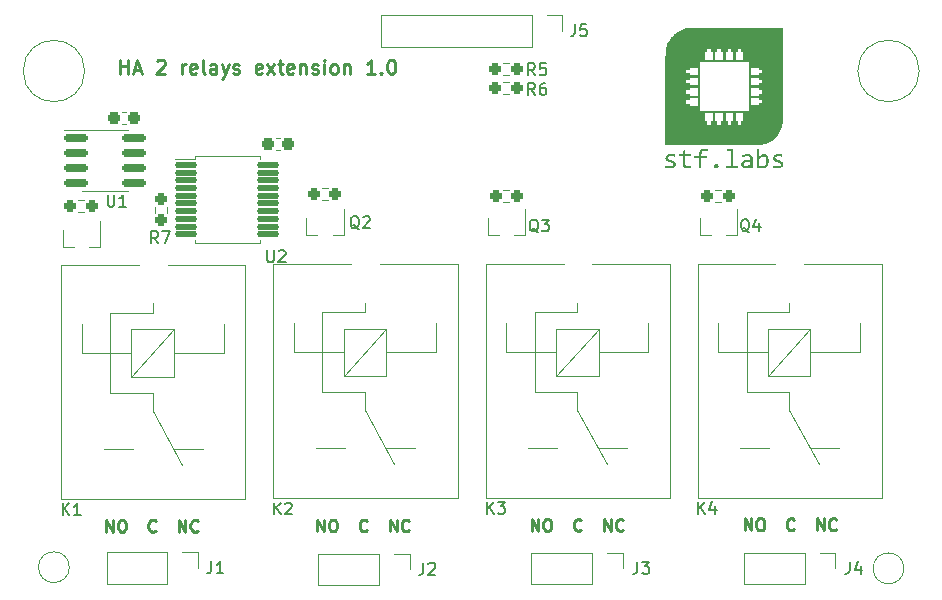
<source format=gto>
G04 #@! TF.GenerationSoftware,KiCad,Pcbnew,7.0.11-2.fc39*
G04 #@! TF.CreationDate,2024-06-06T09:07:33+02:00*
G04 #@! TF.ProjectId,four_relays_extension,666f7572-5f72-4656-9c61-79735f657874,1.0*
G04 #@! TF.SameCoordinates,Original*
G04 #@! TF.FileFunction,Legend,Top*
G04 #@! TF.FilePolarity,Positive*
%FSLAX46Y46*%
G04 Gerber Fmt 4.6, Leading zero omitted, Abs format (unit mm)*
G04 Created by KiCad (PCBNEW 7.0.11-2.fc39) date 2024-06-06 09:07:33*
%MOMM*%
%LPD*%
G01*
G04 APERTURE LIST*
G04 Aperture macros list*
%AMRoundRect*
0 Rectangle with rounded corners*
0 $1 Rounding radius*
0 $2 $3 $4 $5 $6 $7 $8 $9 X,Y pos of 4 corners*
0 Add a 4 corners polygon primitive as box body*
4,1,4,$2,$3,$4,$5,$6,$7,$8,$9,$2,$3,0*
0 Add four circle primitives for the rounded corners*
1,1,$1+$1,$2,$3*
1,1,$1+$1,$4,$5*
1,1,$1+$1,$6,$7*
1,1,$1+$1,$8,$9*
0 Add four rect primitives between the rounded corners*
20,1,$1+$1,$2,$3,$4,$5,0*
20,1,$1+$1,$4,$5,$6,$7,0*
20,1,$1+$1,$6,$7,$8,$9,0*
20,1,$1+$1,$8,$9,$2,$3,0*%
G04 Aperture macros list end*
%ADD10C,0.250000*%
%ADD11C,0.150000*%
%ADD12C,0.120000*%
%ADD13RoundRect,0.237500X-0.237500X0.250000X-0.237500X-0.250000X0.237500X-0.250000X0.237500X0.250000X0*%
%ADD14RoundRect,0.237500X0.250000X0.237500X-0.250000X0.237500X-0.250000X-0.237500X0.250000X-0.237500X0*%
%ADD15C,3.000000*%
%ADD16C,2.500000*%
%ADD17O,5.000000X5.000000*%
%ADD18R,1.700000X1.700000*%
%ADD19O,1.700000X1.700000*%
%ADD20RoundRect,0.150000X-0.825000X-0.150000X0.825000X-0.150000X0.825000X0.150000X-0.825000X0.150000X0*%
%ADD21RoundRect,0.237500X-0.300000X-0.237500X0.300000X-0.237500X0.300000X0.237500X-0.300000X0.237500X0*%
%ADD22R,0.800000X0.900000*%
%ADD23RoundRect,0.237500X0.300000X0.237500X-0.300000X0.237500X-0.300000X-0.237500X0.300000X-0.237500X0*%
%ADD24O,0.100000X0.100000*%
%ADD25RoundRect,0.125000X-0.825000X-0.125000X0.825000X-0.125000X0.825000X0.125000X-0.825000X0.125000X0*%
G04 APERTURE END LIST*
D10*
X111549787Y-56736142D02*
X111549787Y-55536142D01*
X111549787Y-56107571D02*
X112235501Y-56107571D01*
X112235501Y-56736142D02*
X112235501Y-55536142D01*
X112749787Y-56393285D02*
X113321216Y-56393285D01*
X112635501Y-56736142D02*
X113035501Y-55536142D01*
X113035501Y-55536142D02*
X113435501Y-56736142D01*
X114692644Y-55650428D02*
X114749787Y-55593285D01*
X114749787Y-55593285D02*
X114864073Y-55536142D01*
X114864073Y-55536142D02*
X115149787Y-55536142D01*
X115149787Y-55536142D02*
X115264073Y-55593285D01*
X115264073Y-55593285D02*
X115321215Y-55650428D01*
X115321215Y-55650428D02*
X115378358Y-55764714D01*
X115378358Y-55764714D02*
X115378358Y-55879000D01*
X115378358Y-55879000D02*
X115321215Y-56050428D01*
X115321215Y-56050428D02*
X114635501Y-56736142D01*
X114635501Y-56736142D02*
X115378358Y-56736142D01*
X116806930Y-56736142D02*
X116806930Y-55936142D01*
X116806930Y-56164714D02*
X116864073Y-56050428D01*
X116864073Y-56050428D02*
X116921216Y-55993285D01*
X116921216Y-55993285D02*
X117035501Y-55936142D01*
X117035501Y-55936142D02*
X117149787Y-55936142D01*
X118006930Y-56679000D02*
X117892644Y-56736142D01*
X117892644Y-56736142D02*
X117664073Y-56736142D01*
X117664073Y-56736142D02*
X117549787Y-56679000D01*
X117549787Y-56679000D02*
X117492644Y-56564714D01*
X117492644Y-56564714D02*
X117492644Y-56107571D01*
X117492644Y-56107571D02*
X117549787Y-55993285D01*
X117549787Y-55993285D02*
X117664073Y-55936142D01*
X117664073Y-55936142D02*
X117892644Y-55936142D01*
X117892644Y-55936142D02*
X118006930Y-55993285D01*
X118006930Y-55993285D02*
X118064073Y-56107571D01*
X118064073Y-56107571D02*
X118064073Y-56221857D01*
X118064073Y-56221857D02*
X117492644Y-56336142D01*
X118749786Y-56736142D02*
X118635501Y-56679000D01*
X118635501Y-56679000D02*
X118578358Y-56564714D01*
X118578358Y-56564714D02*
X118578358Y-55536142D01*
X119721215Y-56736142D02*
X119721215Y-56107571D01*
X119721215Y-56107571D02*
X119664072Y-55993285D01*
X119664072Y-55993285D02*
X119549786Y-55936142D01*
X119549786Y-55936142D02*
X119321215Y-55936142D01*
X119321215Y-55936142D02*
X119206929Y-55993285D01*
X119721215Y-56679000D02*
X119606929Y-56736142D01*
X119606929Y-56736142D02*
X119321215Y-56736142D01*
X119321215Y-56736142D02*
X119206929Y-56679000D01*
X119206929Y-56679000D02*
X119149786Y-56564714D01*
X119149786Y-56564714D02*
X119149786Y-56450428D01*
X119149786Y-56450428D02*
X119206929Y-56336142D01*
X119206929Y-56336142D02*
X119321215Y-56279000D01*
X119321215Y-56279000D02*
X119606929Y-56279000D01*
X119606929Y-56279000D02*
X119721215Y-56221857D01*
X120178357Y-55936142D02*
X120464071Y-56736142D01*
X120749786Y-55936142D02*
X120464071Y-56736142D01*
X120464071Y-56736142D02*
X120349786Y-57021857D01*
X120349786Y-57021857D02*
X120292643Y-57079000D01*
X120292643Y-57079000D02*
X120178357Y-57136142D01*
X121149786Y-56679000D02*
X121264072Y-56736142D01*
X121264072Y-56736142D02*
X121492643Y-56736142D01*
X121492643Y-56736142D02*
X121606929Y-56679000D01*
X121606929Y-56679000D02*
X121664072Y-56564714D01*
X121664072Y-56564714D02*
X121664072Y-56507571D01*
X121664072Y-56507571D02*
X121606929Y-56393285D01*
X121606929Y-56393285D02*
X121492643Y-56336142D01*
X121492643Y-56336142D02*
X121321215Y-56336142D01*
X121321215Y-56336142D02*
X121206929Y-56279000D01*
X121206929Y-56279000D02*
X121149786Y-56164714D01*
X121149786Y-56164714D02*
X121149786Y-56107571D01*
X121149786Y-56107571D02*
X121206929Y-55993285D01*
X121206929Y-55993285D02*
X121321215Y-55936142D01*
X121321215Y-55936142D02*
X121492643Y-55936142D01*
X121492643Y-55936142D02*
X121606929Y-55993285D01*
X123549787Y-56679000D02*
X123435501Y-56736142D01*
X123435501Y-56736142D02*
X123206930Y-56736142D01*
X123206930Y-56736142D02*
X123092644Y-56679000D01*
X123092644Y-56679000D02*
X123035501Y-56564714D01*
X123035501Y-56564714D02*
X123035501Y-56107571D01*
X123035501Y-56107571D02*
X123092644Y-55993285D01*
X123092644Y-55993285D02*
X123206930Y-55936142D01*
X123206930Y-55936142D02*
X123435501Y-55936142D01*
X123435501Y-55936142D02*
X123549787Y-55993285D01*
X123549787Y-55993285D02*
X123606930Y-56107571D01*
X123606930Y-56107571D02*
X123606930Y-56221857D01*
X123606930Y-56221857D02*
X123035501Y-56336142D01*
X124006929Y-56736142D02*
X124635501Y-55936142D01*
X124006929Y-55936142D02*
X124635501Y-56736142D01*
X124921215Y-55936142D02*
X125378358Y-55936142D01*
X125092644Y-55536142D02*
X125092644Y-56564714D01*
X125092644Y-56564714D02*
X125149787Y-56679000D01*
X125149787Y-56679000D02*
X125264072Y-56736142D01*
X125264072Y-56736142D02*
X125378358Y-56736142D01*
X126235501Y-56679000D02*
X126121215Y-56736142D01*
X126121215Y-56736142D02*
X125892644Y-56736142D01*
X125892644Y-56736142D02*
X125778358Y-56679000D01*
X125778358Y-56679000D02*
X125721215Y-56564714D01*
X125721215Y-56564714D02*
X125721215Y-56107571D01*
X125721215Y-56107571D02*
X125778358Y-55993285D01*
X125778358Y-55993285D02*
X125892644Y-55936142D01*
X125892644Y-55936142D02*
X126121215Y-55936142D01*
X126121215Y-55936142D02*
X126235501Y-55993285D01*
X126235501Y-55993285D02*
X126292644Y-56107571D01*
X126292644Y-56107571D02*
X126292644Y-56221857D01*
X126292644Y-56221857D02*
X125721215Y-56336142D01*
X126806929Y-55936142D02*
X126806929Y-56736142D01*
X126806929Y-56050428D02*
X126864072Y-55993285D01*
X126864072Y-55993285D02*
X126978357Y-55936142D01*
X126978357Y-55936142D02*
X127149786Y-55936142D01*
X127149786Y-55936142D02*
X127264072Y-55993285D01*
X127264072Y-55993285D02*
X127321215Y-56107571D01*
X127321215Y-56107571D02*
X127321215Y-56736142D01*
X127835500Y-56679000D02*
X127949786Y-56736142D01*
X127949786Y-56736142D02*
X128178357Y-56736142D01*
X128178357Y-56736142D02*
X128292643Y-56679000D01*
X128292643Y-56679000D02*
X128349786Y-56564714D01*
X128349786Y-56564714D02*
X128349786Y-56507571D01*
X128349786Y-56507571D02*
X128292643Y-56393285D01*
X128292643Y-56393285D02*
X128178357Y-56336142D01*
X128178357Y-56336142D02*
X128006929Y-56336142D01*
X128006929Y-56336142D02*
X127892643Y-56279000D01*
X127892643Y-56279000D02*
X127835500Y-56164714D01*
X127835500Y-56164714D02*
X127835500Y-56107571D01*
X127835500Y-56107571D02*
X127892643Y-55993285D01*
X127892643Y-55993285D02*
X128006929Y-55936142D01*
X128006929Y-55936142D02*
X128178357Y-55936142D01*
X128178357Y-55936142D02*
X128292643Y-55993285D01*
X128864072Y-56736142D02*
X128864072Y-55936142D01*
X128864072Y-55536142D02*
X128806929Y-55593285D01*
X128806929Y-55593285D02*
X128864072Y-55650428D01*
X128864072Y-55650428D02*
X128921215Y-55593285D01*
X128921215Y-55593285D02*
X128864072Y-55536142D01*
X128864072Y-55536142D02*
X128864072Y-55650428D01*
X129606929Y-56736142D02*
X129492644Y-56679000D01*
X129492644Y-56679000D02*
X129435501Y-56621857D01*
X129435501Y-56621857D02*
X129378358Y-56507571D01*
X129378358Y-56507571D02*
X129378358Y-56164714D01*
X129378358Y-56164714D02*
X129435501Y-56050428D01*
X129435501Y-56050428D02*
X129492644Y-55993285D01*
X129492644Y-55993285D02*
X129606929Y-55936142D01*
X129606929Y-55936142D02*
X129778358Y-55936142D01*
X129778358Y-55936142D02*
X129892644Y-55993285D01*
X129892644Y-55993285D02*
X129949787Y-56050428D01*
X129949787Y-56050428D02*
X130006929Y-56164714D01*
X130006929Y-56164714D02*
X130006929Y-56507571D01*
X130006929Y-56507571D02*
X129949787Y-56621857D01*
X129949787Y-56621857D02*
X129892644Y-56679000D01*
X129892644Y-56679000D02*
X129778358Y-56736142D01*
X129778358Y-56736142D02*
X129606929Y-56736142D01*
X130521215Y-55936142D02*
X130521215Y-56736142D01*
X130521215Y-56050428D02*
X130578358Y-55993285D01*
X130578358Y-55993285D02*
X130692643Y-55936142D01*
X130692643Y-55936142D02*
X130864072Y-55936142D01*
X130864072Y-55936142D02*
X130978358Y-55993285D01*
X130978358Y-55993285D02*
X131035501Y-56107571D01*
X131035501Y-56107571D02*
X131035501Y-56736142D01*
X133149786Y-56736142D02*
X132464072Y-56736142D01*
X132806929Y-56736142D02*
X132806929Y-55536142D01*
X132806929Y-55536142D02*
X132692643Y-55707571D01*
X132692643Y-55707571D02*
X132578358Y-55821857D01*
X132578358Y-55821857D02*
X132464072Y-55879000D01*
X133664072Y-56621857D02*
X133721215Y-56679000D01*
X133721215Y-56679000D02*
X133664072Y-56736142D01*
X133664072Y-56736142D02*
X133606929Y-56679000D01*
X133606929Y-56679000D02*
X133664072Y-56621857D01*
X133664072Y-56621857D02*
X133664072Y-56736142D01*
X134464072Y-55536142D02*
X134578358Y-55536142D01*
X134578358Y-55536142D02*
X134692644Y-55593285D01*
X134692644Y-55593285D02*
X134749787Y-55650428D01*
X134749787Y-55650428D02*
X134806929Y-55764714D01*
X134806929Y-55764714D02*
X134864072Y-55993285D01*
X134864072Y-55993285D02*
X134864072Y-56279000D01*
X134864072Y-56279000D02*
X134806929Y-56507571D01*
X134806929Y-56507571D02*
X134749787Y-56621857D01*
X134749787Y-56621857D02*
X134692644Y-56679000D01*
X134692644Y-56679000D02*
X134578358Y-56736142D01*
X134578358Y-56736142D02*
X134464072Y-56736142D01*
X134464072Y-56736142D02*
X134349787Y-56679000D01*
X134349787Y-56679000D02*
X134292644Y-56621857D01*
X134292644Y-56621857D02*
X134235501Y-56507571D01*
X134235501Y-56507571D02*
X134178358Y-56279000D01*
X134178358Y-56279000D02*
X134178358Y-55993285D01*
X134178358Y-55993285D02*
X134235501Y-55764714D01*
X134235501Y-55764714D02*
X134292644Y-55650428D01*
X134292644Y-55650428D02*
X134349787Y-55593285D01*
X134349787Y-55593285D02*
X134464072Y-55536142D01*
X110384568Y-95495619D02*
X110384568Y-94495619D01*
X110384568Y-94495619D02*
X110955996Y-95495619D01*
X110955996Y-95495619D02*
X110955996Y-94495619D01*
X111622663Y-94495619D02*
X111813139Y-94495619D01*
X111813139Y-94495619D02*
X111908377Y-94543238D01*
X111908377Y-94543238D02*
X112003615Y-94638476D01*
X112003615Y-94638476D02*
X112051234Y-94828952D01*
X112051234Y-94828952D02*
X112051234Y-95162285D01*
X112051234Y-95162285D02*
X112003615Y-95352761D01*
X112003615Y-95352761D02*
X111908377Y-95448000D01*
X111908377Y-95448000D02*
X111813139Y-95495619D01*
X111813139Y-95495619D02*
X111622663Y-95495619D01*
X111622663Y-95495619D02*
X111527425Y-95448000D01*
X111527425Y-95448000D02*
X111432187Y-95352761D01*
X111432187Y-95352761D02*
X111384568Y-95162285D01*
X111384568Y-95162285D02*
X111384568Y-94828952D01*
X111384568Y-94828952D02*
X111432187Y-94638476D01*
X111432187Y-94638476D02*
X111527425Y-94543238D01*
X111527425Y-94543238D02*
X111622663Y-94495619D01*
X114575044Y-95400380D02*
X114527425Y-95448000D01*
X114527425Y-95448000D02*
X114384568Y-95495619D01*
X114384568Y-95495619D02*
X114289330Y-95495619D01*
X114289330Y-95495619D02*
X114146473Y-95448000D01*
X114146473Y-95448000D02*
X114051235Y-95352761D01*
X114051235Y-95352761D02*
X114003616Y-95257523D01*
X114003616Y-95257523D02*
X113955997Y-95067047D01*
X113955997Y-95067047D02*
X113955997Y-94924190D01*
X113955997Y-94924190D02*
X114003616Y-94733714D01*
X114003616Y-94733714D02*
X114051235Y-94638476D01*
X114051235Y-94638476D02*
X114146473Y-94543238D01*
X114146473Y-94543238D02*
X114289330Y-94495619D01*
X114289330Y-94495619D02*
X114384568Y-94495619D01*
X114384568Y-94495619D02*
X114527425Y-94543238D01*
X114527425Y-94543238D02*
X114575044Y-94590857D01*
X116527426Y-95495619D02*
X116527426Y-94495619D01*
X116527426Y-94495619D02*
X117098854Y-95495619D01*
X117098854Y-95495619D02*
X117098854Y-94495619D01*
X118146473Y-95400380D02*
X118098854Y-95448000D01*
X118098854Y-95448000D02*
X117955997Y-95495619D01*
X117955997Y-95495619D02*
X117860759Y-95495619D01*
X117860759Y-95495619D02*
X117717902Y-95448000D01*
X117717902Y-95448000D02*
X117622664Y-95352761D01*
X117622664Y-95352761D02*
X117575045Y-95257523D01*
X117575045Y-95257523D02*
X117527426Y-95067047D01*
X117527426Y-95067047D02*
X117527426Y-94924190D01*
X117527426Y-94924190D02*
X117575045Y-94733714D01*
X117575045Y-94733714D02*
X117622664Y-94638476D01*
X117622664Y-94638476D02*
X117717902Y-94543238D01*
X117717902Y-94543238D02*
X117860759Y-94495619D01*
X117860759Y-94495619D02*
X117955997Y-94495619D01*
X117955997Y-94495619D02*
X118098854Y-94543238D01*
X118098854Y-94543238D02*
X118146473Y-94590857D01*
X128266168Y-95470219D02*
X128266168Y-94470219D01*
X128266168Y-94470219D02*
X128837596Y-95470219D01*
X128837596Y-95470219D02*
X128837596Y-94470219D01*
X129504263Y-94470219D02*
X129694739Y-94470219D01*
X129694739Y-94470219D02*
X129789977Y-94517838D01*
X129789977Y-94517838D02*
X129885215Y-94613076D01*
X129885215Y-94613076D02*
X129932834Y-94803552D01*
X129932834Y-94803552D02*
X129932834Y-95136885D01*
X129932834Y-95136885D02*
X129885215Y-95327361D01*
X129885215Y-95327361D02*
X129789977Y-95422600D01*
X129789977Y-95422600D02*
X129694739Y-95470219D01*
X129694739Y-95470219D02*
X129504263Y-95470219D01*
X129504263Y-95470219D02*
X129409025Y-95422600D01*
X129409025Y-95422600D02*
X129313787Y-95327361D01*
X129313787Y-95327361D02*
X129266168Y-95136885D01*
X129266168Y-95136885D02*
X129266168Y-94803552D01*
X129266168Y-94803552D02*
X129313787Y-94613076D01*
X129313787Y-94613076D02*
X129409025Y-94517838D01*
X129409025Y-94517838D02*
X129504263Y-94470219D01*
X132456644Y-95374980D02*
X132409025Y-95422600D01*
X132409025Y-95422600D02*
X132266168Y-95470219D01*
X132266168Y-95470219D02*
X132170930Y-95470219D01*
X132170930Y-95470219D02*
X132028073Y-95422600D01*
X132028073Y-95422600D02*
X131932835Y-95327361D01*
X131932835Y-95327361D02*
X131885216Y-95232123D01*
X131885216Y-95232123D02*
X131837597Y-95041647D01*
X131837597Y-95041647D02*
X131837597Y-94898790D01*
X131837597Y-94898790D02*
X131885216Y-94708314D01*
X131885216Y-94708314D02*
X131932835Y-94613076D01*
X131932835Y-94613076D02*
X132028073Y-94517838D01*
X132028073Y-94517838D02*
X132170930Y-94470219D01*
X132170930Y-94470219D02*
X132266168Y-94470219D01*
X132266168Y-94470219D02*
X132409025Y-94517838D01*
X132409025Y-94517838D02*
X132456644Y-94565457D01*
X134409026Y-95470219D02*
X134409026Y-94470219D01*
X134409026Y-94470219D02*
X134980454Y-95470219D01*
X134980454Y-95470219D02*
X134980454Y-94470219D01*
X136028073Y-95374980D02*
X135980454Y-95422600D01*
X135980454Y-95422600D02*
X135837597Y-95470219D01*
X135837597Y-95470219D02*
X135742359Y-95470219D01*
X135742359Y-95470219D02*
X135599502Y-95422600D01*
X135599502Y-95422600D02*
X135504264Y-95327361D01*
X135504264Y-95327361D02*
X135456645Y-95232123D01*
X135456645Y-95232123D02*
X135409026Y-95041647D01*
X135409026Y-95041647D02*
X135409026Y-94898790D01*
X135409026Y-94898790D02*
X135456645Y-94708314D01*
X135456645Y-94708314D02*
X135504264Y-94613076D01*
X135504264Y-94613076D02*
X135599502Y-94517838D01*
X135599502Y-94517838D02*
X135742359Y-94470219D01*
X135742359Y-94470219D02*
X135837597Y-94470219D01*
X135837597Y-94470219D02*
X135980454Y-94517838D01*
X135980454Y-94517838D02*
X136028073Y-94565457D01*
X164435768Y-95368619D02*
X164435768Y-94368619D01*
X164435768Y-94368619D02*
X165007196Y-95368619D01*
X165007196Y-95368619D02*
X165007196Y-94368619D01*
X165673863Y-94368619D02*
X165864339Y-94368619D01*
X165864339Y-94368619D02*
X165959577Y-94416238D01*
X165959577Y-94416238D02*
X166054815Y-94511476D01*
X166054815Y-94511476D02*
X166102434Y-94701952D01*
X166102434Y-94701952D02*
X166102434Y-95035285D01*
X166102434Y-95035285D02*
X166054815Y-95225761D01*
X166054815Y-95225761D02*
X165959577Y-95321000D01*
X165959577Y-95321000D02*
X165864339Y-95368619D01*
X165864339Y-95368619D02*
X165673863Y-95368619D01*
X165673863Y-95368619D02*
X165578625Y-95321000D01*
X165578625Y-95321000D02*
X165483387Y-95225761D01*
X165483387Y-95225761D02*
X165435768Y-95035285D01*
X165435768Y-95035285D02*
X165435768Y-94701952D01*
X165435768Y-94701952D02*
X165483387Y-94511476D01*
X165483387Y-94511476D02*
X165578625Y-94416238D01*
X165578625Y-94416238D02*
X165673863Y-94368619D01*
X168626244Y-95273380D02*
X168578625Y-95321000D01*
X168578625Y-95321000D02*
X168435768Y-95368619D01*
X168435768Y-95368619D02*
X168340530Y-95368619D01*
X168340530Y-95368619D02*
X168197673Y-95321000D01*
X168197673Y-95321000D02*
X168102435Y-95225761D01*
X168102435Y-95225761D02*
X168054816Y-95130523D01*
X168054816Y-95130523D02*
X168007197Y-94940047D01*
X168007197Y-94940047D02*
X168007197Y-94797190D01*
X168007197Y-94797190D02*
X168054816Y-94606714D01*
X168054816Y-94606714D02*
X168102435Y-94511476D01*
X168102435Y-94511476D02*
X168197673Y-94416238D01*
X168197673Y-94416238D02*
X168340530Y-94368619D01*
X168340530Y-94368619D02*
X168435768Y-94368619D01*
X168435768Y-94368619D02*
X168578625Y-94416238D01*
X168578625Y-94416238D02*
X168626244Y-94463857D01*
X170578626Y-95368619D02*
X170578626Y-94368619D01*
X170578626Y-94368619D02*
X171150054Y-95368619D01*
X171150054Y-95368619D02*
X171150054Y-94368619D01*
X172197673Y-95273380D02*
X172150054Y-95321000D01*
X172150054Y-95321000D02*
X172007197Y-95368619D01*
X172007197Y-95368619D02*
X171911959Y-95368619D01*
X171911959Y-95368619D02*
X171769102Y-95321000D01*
X171769102Y-95321000D02*
X171673864Y-95225761D01*
X171673864Y-95225761D02*
X171626245Y-95130523D01*
X171626245Y-95130523D02*
X171578626Y-94940047D01*
X171578626Y-94940047D02*
X171578626Y-94797190D01*
X171578626Y-94797190D02*
X171626245Y-94606714D01*
X171626245Y-94606714D02*
X171673864Y-94511476D01*
X171673864Y-94511476D02*
X171769102Y-94416238D01*
X171769102Y-94416238D02*
X171911959Y-94368619D01*
X171911959Y-94368619D02*
X172007197Y-94368619D01*
X172007197Y-94368619D02*
X172150054Y-94416238D01*
X172150054Y-94416238D02*
X172197673Y-94463857D01*
X146401768Y-95419419D02*
X146401768Y-94419419D01*
X146401768Y-94419419D02*
X146973196Y-95419419D01*
X146973196Y-95419419D02*
X146973196Y-94419419D01*
X147639863Y-94419419D02*
X147830339Y-94419419D01*
X147830339Y-94419419D02*
X147925577Y-94467038D01*
X147925577Y-94467038D02*
X148020815Y-94562276D01*
X148020815Y-94562276D02*
X148068434Y-94752752D01*
X148068434Y-94752752D02*
X148068434Y-95086085D01*
X148068434Y-95086085D02*
X148020815Y-95276561D01*
X148020815Y-95276561D02*
X147925577Y-95371800D01*
X147925577Y-95371800D02*
X147830339Y-95419419D01*
X147830339Y-95419419D02*
X147639863Y-95419419D01*
X147639863Y-95419419D02*
X147544625Y-95371800D01*
X147544625Y-95371800D02*
X147449387Y-95276561D01*
X147449387Y-95276561D02*
X147401768Y-95086085D01*
X147401768Y-95086085D02*
X147401768Y-94752752D01*
X147401768Y-94752752D02*
X147449387Y-94562276D01*
X147449387Y-94562276D02*
X147544625Y-94467038D01*
X147544625Y-94467038D02*
X147639863Y-94419419D01*
X150592244Y-95324180D02*
X150544625Y-95371800D01*
X150544625Y-95371800D02*
X150401768Y-95419419D01*
X150401768Y-95419419D02*
X150306530Y-95419419D01*
X150306530Y-95419419D02*
X150163673Y-95371800D01*
X150163673Y-95371800D02*
X150068435Y-95276561D01*
X150068435Y-95276561D02*
X150020816Y-95181323D01*
X150020816Y-95181323D02*
X149973197Y-94990847D01*
X149973197Y-94990847D02*
X149973197Y-94847990D01*
X149973197Y-94847990D02*
X150020816Y-94657514D01*
X150020816Y-94657514D02*
X150068435Y-94562276D01*
X150068435Y-94562276D02*
X150163673Y-94467038D01*
X150163673Y-94467038D02*
X150306530Y-94419419D01*
X150306530Y-94419419D02*
X150401768Y-94419419D01*
X150401768Y-94419419D02*
X150544625Y-94467038D01*
X150544625Y-94467038D02*
X150592244Y-94514657D01*
X152544626Y-95419419D02*
X152544626Y-94419419D01*
X152544626Y-94419419D02*
X153116054Y-95419419D01*
X153116054Y-95419419D02*
X153116054Y-94419419D01*
X154163673Y-95324180D02*
X154116054Y-95371800D01*
X154116054Y-95371800D02*
X153973197Y-95419419D01*
X153973197Y-95419419D02*
X153877959Y-95419419D01*
X153877959Y-95419419D02*
X153735102Y-95371800D01*
X153735102Y-95371800D02*
X153639864Y-95276561D01*
X153639864Y-95276561D02*
X153592245Y-95181323D01*
X153592245Y-95181323D02*
X153544626Y-94990847D01*
X153544626Y-94990847D02*
X153544626Y-94847990D01*
X153544626Y-94847990D02*
X153592245Y-94657514D01*
X153592245Y-94657514D02*
X153639864Y-94562276D01*
X153639864Y-94562276D02*
X153735102Y-94467038D01*
X153735102Y-94467038D02*
X153877959Y-94419419D01*
X153877959Y-94419419D02*
X153973197Y-94419419D01*
X153973197Y-94419419D02*
X154116054Y-94467038D01*
X154116054Y-94467038D02*
X154163673Y-94514657D01*
D11*
X114793733Y-71066819D02*
X114460400Y-70590628D01*
X114222305Y-71066819D02*
X114222305Y-70066819D01*
X114222305Y-70066819D02*
X114603257Y-70066819D01*
X114603257Y-70066819D02*
X114698495Y-70114438D01*
X114698495Y-70114438D02*
X114746114Y-70162057D01*
X114746114Y-70162057D02*
X114793733Y-70257295D01*
X114793733Y-70257295D02*
X114793733Y-70400152D01*
X114793733Y-70400152D02*
X114746114Y-70495390D01*
X114746114Y-70495390D02*
X114698495Y-70543009D01*
X114698495Y-70543009D02*
X114603257Y-70590628D01*
X114603257Y-70590628D02*
X114222305Y-70590628D01*
X115127067Y-70066819D02*
X115793733Y-70066819D01*
X115793733Y-70066819D02*
X115365162Y-71066819D01*
X146698033Y-58519219D02*
X146364700Y-58043028D01*
X146126605Y-58519219D02*
X146126605Y-57519219D01*
X146126605Y-57519219D02*
X146507557Y-57519219D01*
X146507557Y-57519219D02*
X146602795Y-57566838D01*
X146602795Y-57566838D02*
X146650414Y-57614457D01*
X146650414Y-57614457D02*
X146698033Y-57709695D01*
X146698033Y-57709695D02*
X146698033Y-57852552D01*
X146698033Y-57852552D02*
X146650414Y-57947790D01*
X146650414Y-57947790D02*
X146602795Y-57995409D01*
X146602795Y-57995409D02*
X146507557Y-58043028D01*
X146507557Y-58043028D02*
X146126605Y-58043028D01*
X147555176Y-57519219D02*
X147364700Y-57519219D01*
X147364700Y-57519219D02*
X147269462Y-57566838D01*
X147269462Y-57566838D02*
X147221843Y-57614457D01*
X147221843Y-57614457D02*
X147126605Y-57757314D01*
X147126605Y-57757314D02*
X147078986Y-57947790D01*
X147078986Y-57947790D02*
X147078986Y-58328742D01*
X147078986Y-58328742D02*
X147126605Y-58423980D01*
X147126605Y-58423980D02*
X147174224Y-58471600D01*
X147174224Y-58471600D02*
X147269462Y-58519219D01*
X147269462Y-58519219D02*
X147459938Y-58519219D01*
X147459938Y-58519219D02*
X147555176Y-58471600D01*
X147555176Y-58471600D02*
X147602795Y-58423980D01*
X147602795Y-58423980D02*
X147650414Y-58328742D01*
X147650414Y-58328742D02*
X147650414Y-58090647D01*
X147650414Y-58090647D02*
X147602795Y-57995409D01*
X147602795Y-57995409D02*
X147555176Y-57947790D01*
X147555176Y-57947790D02*
X147459938Y-57900171D01*
X147459938Y-57900171D02*
X147269462Y-57900171D01*
X147269462Y-57900171D02*
X147174224Y-57947790D01*
X147174224Y-57947790D02*
X147126605Y-57995409D01*
X147126605Y-57995409D02*
X147078986Y-58090647D01*
X142619505Y-93977619D02*
X142619505Y-92977619D01*
X143190933Y-93977619D02*
X142762362Y-93406190D01*
X143190933Y-92977619D02*
X142619505Y-93549047D01*
X143524267Y-92977619D02*
X144143314Y-92977619D01*
X144143314Y-92977619D02*
X143809981Y-93358571D01*
X143809981Y-93358571D02*
X143952838Y-93358571D01*
X143952838Y-93358571D02*
X144048076Y-93406190D01*
X144048076Y-93406190D02*
X144095695Y-93453809D01*
X144095695Y-93453809D02*
X144143314Y-93549047D01*
X144143314Y-93549047D02*
X144143314Y-93787142D01*
X144143314Y-93787142D02*
X144095695Y-93882380D01*
X144095695Y-93882380D02*
X144048076Y-93930000D01*
X144048076Y-93930000D02*
X143952838Y-93977619D01*
X143952838Y-93977619D02*
X143667124Y-93977619D01*
X143667124Y-93977619D02*
X143571886Y-93930000D01*
X143571886Y-93930000D02*
X143524267Y-93882380D01*
X137248066Y-98133819D02*
X137248066Y-98848104D01*
X137248066Y-98848104D02*
X137200447Y-98990961D01*
X137200447Y-98990961D02*
X137105209Y-99086200D01*
X137105209Y-99086200D02*
X136962352Y-99133819D01*
X136962352Y-99133819D02*
X136867114Y-99133819D01*
X137676638Y-98229057D02*
X137724257Y-98181438D01*
X137724257Y-98181438D02*
X137819495Y-98133819D01*
X137819495Y-98133819D02*
X138057590Y-98133819D01*
X138057590Y-98133819D02*
X138152828Y-98181438D01*
X138152828Y-98181438D02*
X138200447Y-98229057D01*
X138200447Y-98229057D02*
X138248066Y-98324295D01*
X138248066Y-98324295D02*
X138248066Y-98419533D01*
X138248066Y-98419533D02*
X138200447Y-98562390D01*
X138200447Y-98562390D02*
X137629019Y-99133819D01*
X137629019Y-99133819D02*
X138248066Y-99133819D01*
X110515495Y-66968019D02*
X110515495Y-67777542D01*
X110515495Y-67777542D02*
X110563114Y-67872780D01*
X110563114Y-67872780D02*
X110610733Y-67920400D01*
X110610733Y-67920400D02*
X110705971Y-67968019D01*
X110705971Y-67968019D02*
X110896447Y-67968019D01*
X110896447Y-67968019D02*
X110991685Y-67920400D01*
X110991685Y-67920400D02*
X111039304Y-67872780D01*
X111039304Y-67872780D02*
X111086923Y-67777542D01*
X111086923Y-67777542D02*
X111086923Y-66968019D01*
X112086923Y-67968019D02*
X111515495Y-67968019D01*
X111801209Y-67968019D02*
X111801209Y-66968019D01*
X111801209Y-66968019D02*
X111705971Y-67110876D01*
X111705971Y-67110876D02*
X111610733Y-67206114D01*
X111610733Y-67206114D02*
X111515495Y-67253733D01*
X106703905Y-94079219D02*
X106703905Y-93079219D01*
X107275333Y-94079219D02*
X106846762Y-93507790D01*
X107275333Y-93079219D02*
X106703905Y-93650647D01*
X108227714Y-94079219D02*
X107656286Y-94079219D01*
X107942000Y-94079219D02*
X107942000Y-93079219D01*
X107942000Y-93079219D02*
X107846762Y-93222076D01*
X107846762Y-93222076D02*
X107751524Y-93317314D01*
X107751524Y-93317314D02*
X107656286Y-93364933D01*
X160501105Y-93977619D02*
X160501105Y-92977619D01*
X161072533Y-93977619D02*
X160643962Y-93406190D01*
X161072533Y-92977619D02*
X160501105Y-93549047D01*
X161929676Y-93310952D02*
X161929676Y-93977619D01*
X161691581Y-92930000D02*
X161453486Y-93644285D01*
X161453486Y-93644285D02*
X162072533Y-93644285D01*
X146970761Y-70162057D02*
X146875523Y-70114438D01*
X146875523Y-70114438D02*
X146780285Y-70019200D01*
X146780285Y-70019200D02*
X146637428Y-69876342D01*
X146637428Y-69876342D02*
X146542190Y-69828723D01*
X146542190Y-69828723D02*
X146446952Y-69828723D01*
X146494571Y-70066819D02*
X146399333Y-70019200D01*
X146399333Y-70019200D02*
X146304095Y-69923961D01*
X146304095Y-69923961D02*
X146256476Y-69733485D01*
X146256476Y-69733485D02*
X146256476Y-69400152D01*
X146256476Y-69400152D02*
X146304095Y-69209676D01*
X146304095Y-69209676D02*
X146399333Y-69114438D01*
X146399333Y-69114438D02*
X146494571Y-69066819D01*
X146494571Y-69066819D02*
X146685047Y-69066819D01*
X146685047Y-69066819D02*
X146780285Y-69114438D01*
X146780285Y-69114438D02*
X146875523Y-69209676D01*
X146875523Y-69209676D02*
X146923142Y-69400152D01*
X146923142Y-69400152D02*
X146923142Y-69733485D01*
X146923142Y-69733485D02*
X146875523Y-69923961D01*
X146875523Y-69923961D02*
X146780285Y-70019200D01*
X146780285Y-70019200D02*
X146685047Y-70066819D01*
X146685047Y-70066819D02*
X146494571Y-70066819D01*
X147256476Y-69066819D02*
X147875523Y-69066819D01*
X147875523Y-69066819D02*
X147542190Y-69447771D01*
X147542190Y-69447771D02*
X147685047Y-69447771D01*
X147685047Y-69447771D02*
X147780285Y-69495390D01*
X147780285Y-69495390D02*
X147827904Y-69543009D01*
X147827904Y-69543009D02*
X147875523Y-69638247D01*
X147875523Y-69638247D02*
X147875523Y-69876342D01*
X147875523Y-69876342D02*
X147827904Y-69971580D01*
X147827904Y-69971580D02*
X147780285Y-70019200D01*
X147780285Y-70019200D02*
X147685047Y-70066819D01*
X147685047Y-70066819D02*
X147399333Y-70066819D01*
X147399333Y-70066819D02*
X147304095Y-70019200D01*
X147304095Y-70019200D02*
X147256476Y-69971580D01*
X150085466Y-52540819D02*
X150085466Y-53255104D01*
X150085466Y-53255104D02*
X150037847Y-53397961D01*
X150037847Y-53397961D02*
X149942609Y-53493200D01*
X149942609Y-53493200D02*
X149799752Y-53540819D01*
X149799752Y-53540819D02*
X149704514Y-53540819D01*
X151037847Y-52540819D02*
X150561657Y-52540819D01*
X150561657Y-52540819D02*
X150514038Y-53017009D01*
X150514038Y-53017009D02*
X150561657Y-52969390D01*
X150561657Y-52969390D02*
X150656895Y-52921771D01*
X150656895Y-52921771D02*
X150894990Y-52921771D01*
X150894990Y-52921771D02*
X150990228Y-52969390D01*
X150990228Y-52969390D02*
X151037847Y-53017009D01*
X151037847Y-53017009D02*
X151085466Y-53112247D01*
X151085466Y-53112247D02*
X151085466Y-53350342D01*
X151085466Y-53350342D02*
X151037847Y-53445580D01*
X151037847Y-53445580D02*
X150990228Y-53493200D01*
X150990228Y-53493200D02*
X150894990Y-53540819D01*
X150894990Y-53540819D02*
X150656895Y-53540819D01*
X150656895Y-53540819D02*
X150561657Y-53493200D01*
X150561657Y-53493200D02*
X150514038Y-53445580D01*
X124585505Y-94028419D02*
X124585505Y-93028419D01*
X125156933Y-94028419D02*
X124728362Y-93456990D01*
X125156933Y-93028419D02*
X124585505Y-93599847D01*
X125537886Y-93123657D02*
X125585505Y-93076038D01*
X125585505Y-93076038D02*
X125680743Y-93028419D01*
X125680743Y-93028419D02*
X125918838Y-93028419D01*
X125918838Y-93028419D02*
X126014076Y-93076038D01*
X126014076Y-93076038D02*
X126061695Y-93123657D01*
X126061695Y-93123657D02*
X126109314Y-93218895D01*
X126109314Y-93218895D02*
X126109314Y-93314133D01*
X126109314Y-93314133D02*
X126061695Y-93456990D01*
X126061695Y-93456990D02*
X125490267Y-94028419D01*
X125490267Y-94028419D02*
X126109314Y-94028419D01*
X124002895Y-71667019D02*
X124002895Y-72476542D01*
X124002895Y-72476542D02*
X124050514Y-72571780D01*
X124050514Y-72571780D02*
X124098133Y-72619400D01*
X124098133Y-72619400D02*
X124193371Y-72667019D01*
X124193371Y-72667019D02*
X124383847Y-72667019D01*
X124383847Y-72667019D02*
X124479085Y-72619400D01*
X124479085Y-72619400D02*
X124526704Y-72571780D01*
X124526704Y-72571780D02*
X124574323Y-72476542D01*
X124574323Y-72476542D02*
X124574323Y-71667019D01*
X125002895Y-71762257D02*
X125050514Y-71714638D01*
X125050514Y-71714638D02*
X125145752Y-71667019D01*
X125145752Y-71667019D02*
X125383847Y-71667019D01*
X125383847Y-71667019D02*
X125479085Y-71714638D01*
X125479085Y-71714638D02*
X125526704Y-71762257D01*
X125526704Y-71762257D02*
X125574323Y-71857495D01*
X125574323Y-71857495D02*
X125574323Y-71952733D01*
X125574323Y-71952733D02*
X125526704Y-72095590D01*
X125526704Y-72095590D02*
X124955276Y-72667019D01*
X124955276Y-72667019D02*
X125574323Y-72667019D01*
X119300666Y-98006819D02*
X119300666Y-98721104D01*
X119300666Y-98721104D02*
X119253047Y-98863961D01*
X119253047Y-98863961D02*
X119157809Y-98959200D01*
X119157809Y-98959200D02*
X119014952Y-99006819D01*
X119014952Y-99006819D02*
X118919714Y-99006819D01*
X120300666Y-99006819D02*
X119729238Y-99006819D01*
X120014952Y-99006819D02*
X120014952Y-98006819D01*
X120014952Y-98006819D02*
X119919714Y-98149676D01*
X119919714Y-98149676D02*
X119824476Y-98244914D01*
X119824476Y-98244914D02*
X119729238Y-98292533D01*
X173351866Y-98057619D02*
X173351866Y-98771904D01*
X173351866Y-98771904D02*
X173304247Y-98914761D01*
X173304247Y-98914761D02*
X173209009Y-99010000D01*
X173209009Y-99010000D02*
X173066152Y-99057619D01*
X173066152Y-99057619D02*
X172970914Y-99057619D01*
X174256628Y-98390952D02*
X174256628Y-99057619D01*
X174018533Y-98010000D02*
X173780438Y-98724285D01*
X173780438Y-98724285D02*
X174399485Y-98724285D01*
X131806961Y-69892057D02*
X131711723Y-69844438D01*
X131711723Y-69844438D02*
X131616485Y-69749200D01*
X131616485Y-69749200D02*
X131473628Y-69606342D01*
X131473628Y-69606342D02*
X131378390Y-69558723D01*
X131378390Y-69558723D02*
X131283152Y-69558723D01*
X131330771Y-69796819D02*
X131235533Y-69749200D01*
X131235533Y-69749200D02*
X131140295Y-69653961D01*
X131140295Y-69653961D02*
X131092676Y-69463485D01*
X131092676Y-69463485D02*
X131092676Y-69130152D01*
X131092676Y-69130152D02*
X131140295Y-68939676D01*
X131140295Y-68939676D02*
X131235533Y-68844438D01*
X131235533Y-68844438D02*
X131330771Y-68796819D01*
X131330771Y-68796819D02*
X131521247Y-68796819D01*
X131521247Y-68796819D02*
X131616485Y-68844438D01*
X131616485Y-68844438D02*
X131711723Y-68939676D01*
X131711723Y-68939676D02*
X131759342Y-69130152D01*
X131759342Y-69130152D02*
X131759342Y-69463485D01*
X131759342Y-69463485D02*
X131711723Y-69653961D01*
X131711723Y-69653961D02*
X131616485Y-69749200D01*
X131616485Y-69749200D02*
X131521247Y-69796819D01*
X131521247Y-69796819D02*
X131330771Y-69796819D01*
X132140295Y-68892057D02*
X132187914Y-68844438D01*
X132187914Y-68844438D02*
X132283152Y-68796819D01*
X132283152Y-68796819D02*
X132521247Y-68796819D01*
X132521247Y-68796819D02*
X132616485Y-68844438D01*
X132616485Y-68844438D02*
X132664104Y-68892057D01*
X132664104Y-68892057D02*
X132711723Y-68987295D01*
X132711723Y-68987295D02*
X132711723Y-69082533D01*
X132711723Y-69082533D02*
X132664104Y-69225390D01*
X132664104Y-69225390D02*
X132092676Y-69796819D01*
X132092676Y-69796819D02*
X132711723Y-69796819D01*
X155368666Y-98057619D02*
X155368666Y-98771904D01*
X155368666Y-98771904D02*
X155321047Y-98914761D01*
X155321047Y-98914761D02*
X155225809Y-99010000D01*
X155225809Y-99010000D02*
X155082952Y-99057619D01*
X155082952Y-99057619D02*
X154987714Y-99057619D01*
X155749619Y-98057619D02*
X156368666Y-98057619D01*
X156368666Y-98057619D02*
X156035333Y-98438571D01*
X156035333Y-98438571D02*
X156178190Y-98438571D01*
X156178190Y-98438571D02*
X156273428Y-98486190D01*
X156273428Y-98486190D02*
X156321047Y-98533809D01*
X156321047Y-98533809D02*
X156368666Y-98629047D01*
X156368666Y-98629047D02*
X156368666Y-98867142D01*
X156368666Y-98867142D02*
X156321047Y-98962380D01*
X156321047Y-98962380D02*
X156273428Y-99010000D01*
X156273428Y-99010000D02*
X156178190Y-99057619D01*
X156178190Y-99057619D02*
X155892476Y-99057619D01*
X155892476Y-99057619D02*
X155797238Y-99010000D01*
X155797238Y-99010000D02*
X155749619Y-98962380D01*
X164852361Y-70146057D02*
X164757123Y-70098438D01*
X164757123Y-70098438D02*
X164661885Y-70003200D01*
X164661885Y-70003200D02*
X164519028Y-69860342D01*
X164519028Y-69860342D02*
X164423790Y-69812723D01*
X164423790Y-69812723D02*
X164328552Y-69812723D01*
X164376171Y-70050819D02*
X164280933Y-70003200D01*
X164280933Y-70003200D02*
X164185695Y-69907961D01*
X164185695Y-69907961D02*
X164138076Y-69717485D01*
X164138076Y-69717485D02*
X164138076Y-69384152D01*
X164138076Y-69384152D02*
X164185695Y-69193676D01*
X164185695Y-69193676D02*
X164280933Y-69098438D01*
X164280933Y-69098438D02*
X164376171Y-69050819D01*
X164376171Y-69050819D02*
X164566647Y-69050819D01*
X164566647Y-69050819D02*
X164661885Y-69098438D01*
X164661885Y-69098438D02*
X164757123Y-69193676D01*
X164757123Y-69193676D02*
X164804742Y-69384152D01*
X164804742Y-69384152D02*
X164804742Y-69717485D01*
X164804742Y-69717485D02*
X164757123Y-69907961D01*
X164757123Y-69907961D02*
X164661885Y-70003200D01*
X164661885Y-70003200D02*
X164566647Y-70050819D01*
X164566647Y-70050819D02*
X164376171Y-70050819D01*
X165661885Y-69384152D02*
X165661885Y-70050819D01*
X165423790Y-69003200D02*
X165185695Y-69717485D01*
X165185695Y-69717485D02*
X165804742Y-69717485D01*
X146696133Y-56842819D02*
X146362800Y-56366628D01*
X146124705Y-56842819D02*
X146124705Y-55842819D01*
X146124705Y-55842819D02*
X146505657Y-55842819D01*
X146505657Y-55842819D02*
X146600895Y-55890438D01*
X146600895Y-55890438D02*
X146648514Y-55938057D01*
X146648514Y-55938057D02*
X146696133Y-56033295D01*
X146696133Y-56033295D02*
X146696133Y-56176152D01*
X146696133Y-56176152D02*
X146648514Y-56271390D01*
X146648514Y-56271390D02*
X146600895Y-56319009D01*
X146600895Y-56319009D02*
X146505657Y-56366628D01*
X146505657Y-56366628D02*
X146124705Y-56366628D01*
X147600895Y-55842819D02*
X147124705Y-55842819D01*
X147124705Y-55842819D02*
X147077086Y-56319009D01*
X147077086Y-56319009D02*
X147124705Y-56271390D01*
X147124705Y-56271390D02*
X147219943Y-56223771D01*
X147219943Y-56223771D02*
X147458038Y-56223771D01*
X147458038Y-56223771D02*
X147553276Y-56271390D01*
X147553276Y-56271390D02*
X147600895Y-56319009D01*
X147600895Y-56319009D02*
X147648514Y-56414247D01*
X147648514Y-56414247D02*
X147648514Y-56652342D01*
X147648514Y-56652342D02*
X147600895Y-56747580D01*
X147600895Y-56747580D02*
X147553276Y-56795200D01*
X147553276Y-56795200D02*
X147458038Y-56842819D01*
X147458038Y-56842819D02*
X147219943Y-56842819D01*
X147219943Y-56842819D02*
X147124705Y-56795200D01*
X147124705Y-56795200D02*
X147077086Y-56747580D01*
D12*
X115533700Y-67969676D02*
X115533700Y-68479124D01*
X114488700Y-67969676D02*
X114488700Y-68479124D01*
X144475924Y-58434500D02*
X143966476Y-58434500D01*
X144475924Y-57389500D02*
X143966476Y-57389500D01*
X144528624Y-67578500D02*
X144019176Y-67578500D01*
X144528624Y-66533500D02*
X144019176Y-66533500D01*
X108511424Y-68467500D02*
X108001976Y-68467500D01*
X108511424Y-67422500D02*
X108001976Y-67422500D01*
X158122000Y-72850000D02*
X151522000Y-72850000D01*
X158122000Y-72850000D02*
X158122000Y-92650000D01*
X149122000Y-72850000D02*
X142522000Y-72850000D01*
X150272000Y-76900000D02*
X150272000Y-76100000D01*
X150272000Y-76900000D02*
X146672000Y-76900000D01*
X144272000Y-77800000D02*
X144272000Y-80300000D01*
X152072000Y-78300000D02*
X152072000Y-82300000D01*
X148472000Y-78300000D02*
X152072000Y-78300000D01*
X156272000Y-80300000D02*
X156272000Y-77800000D01*
X156272000Y-80300000D02*
X152072000Y-80300000D01*
X148472000Y-80300000D02*
X144272000Y-80300000D01*
X152072000Y-82300000D02*
X148472000Y-82300000D01*
X148472000Y-82300000D02*
X152072000Y-78300000D01*
X148472000Y-82300000D02*
X148472000Y-78300000D01*
X150272000Y-83700000D02*
X146672000Y-83700000D01*
X150272000Y-83700000D02*
X150272000Y-85200000D01*
X146672000Y-83700000D02*
X146672000Y-76900000D01*
X150272000Y-85200000D02*
X152772000Y-89800000D01*
X154522000Y-88400000D02*
X152022000Y-88400000D01*
X146122000Y-88400000D02*
X148572000Y-88400000D01*
X158122000Y-92650000D02*
X142522000Y-92650000D01*
X142522000Y-92650000D02*
X142522000Y-72850000D01*
X179221600Y-56489600D02*
G75*
G03*
X174021600Y-56489600I-2600000J0D01*
G01*
X174021600Y-56489600D02*
G75*
G03*
X179221600Y-56489600I2600000J0D01*
G01*
X136102400Y-97349000D02*
X136102400Y-98679000D01*
X134772400Y-97349000D02*
X136102400Y-97349000D01*
X133502400Y-97349000D02*
X128362400Y-97349000D01*
X133502400Y-97349000D02*
X133502400Y-100009000D01*
X128362400Y-97349000D02*
X128362400Y-100009000D01*
X133502400Y-100009000D02*
X128362400Y-100009000D01*
X110275600Y-61524200D02*
X106825600Y-61524200D01*
X110275600Y-61524200D02*
X112225600Y-61524200D01*
X110275600Y-66644200D02*
X108325600Y-66644200D01*
X110275600Y-66644200D02*
X112225600Y-66644200D01*
X122181000Y-72919000D02*
X115581000Y-72919000D01*
X122181000Y-72919000D02*
X122181000Y-92719000D01*
X113181000Y-72919000D02*
X106581000Y-72919000D01*
X114331000Y-76969000D02*
X114331000Y-76169000D01*
X114331000Y-76969000D02*
X110731000Y-76969000D01*
X108331000Y-77869000D02*
X108331000Y-80369000D01*
X116131000Y-78369000D02*
X116131000Y-82369000D01*
X112531000Y-78369000D02*
X116131000Y-78369000D01*
X120331000Y-80369000D02*
X120331000Y-77869000D01*
X120331000Y-80369000D02*
X116131000Y-80369000D01*
X112531000Y-80369000D02*
X108331000Y-80369000D01*
X116131000Y-82369000D02*
X112531000Y-82369000D01*
X112531000Y-82369000D02*
X116131000Y-78369000D01*
X112531000Y-82369000D02*
X112531000Y-78369000D01*
X114331000Y-83769000D02*
X110731000Y-83769000D01*
X114331000Y-83769000D02*
X114331000Y-85269000D01*
X110731000Y-83769000D02*
X110731000Y-76969000D01*
X114331000Y-85269000D02*
X116831000Y-89869000D01*
X118581000Y-88469000D02*
X116081000Y-88469000D01*
X110181000Y-88469000D02*
X112631000Y-88469000D01*
X122181000Y-92719000D02*
X106581000Y-92719000D01*
X106581000Y-92719000D02*
X106581000Y-72919000D01*
X124772033Y-62177200D02*
X125064567Y-62177200D01*
X124772033Y-63197200D02*
X125064567Y-63197200D01*
X176054400Y-72850000D02*
X169454400Y-72850000D01*
X176054400Y-72850000D02*
X176054400Y-92650000D01*
X167054400Y-72850000D02*
X160454400Y-72850000D01*
X168204400Y-76900000D02*
X168204400Y-76100000D01*
X168204400Y-76900000D02*
X164604400Y-76900000D01*
X162204400Y-77800000D02*
X162204400Y-80300000D01*
X170004400Y-78300000D02*
X170004400Y-82300000D01*
X166404400Y-78300000D02*
X170004400Y-78300000D01*
X174204400Y-80300000D02*
X174204400Y-77800000D01*
X174204400Y-80300000D02*
X170004400Y-80300000D01*
X166404400Y-80300000D02*
X162204400Y-80300000D01*
X170004400Y-82300000D02*
X166404400Y-82300000D01*
X166404400Y-82300000D02*
X170004400Y-78300000D01*
X166404400Y-82300000D02*
X166404400Y-78300000D01*
X168204400Y-83700000D02*
X164604400Y-83700000D01*
X168204400Y-83700000D02*
X168204400Y-85200000D01*
X164604400Y-83700000D02*
X164604400Y-76900000D01*
X168204400Y-85200000D02*
X170704400Y-89800000D01*
X172454400Y-88400000D02*
X169954400Y-88400000D01*
X164054400Y-88400000D02*
X166504400Y-88400000D01*
X176054400Y-92650000D02*
X160454400Y-92650000D01*
X160454400Y-92650000D02*
X160454400Y-72850000D01*
X109860200Y-71388000D02*
X109860200Y-69228000D01*
X109860200Y-71388000D02*
X108930200Y-71388000D01*
X106700200Y-71388000D02*
X106700200Y-69928000D01*
X106700200Y-71388000D02*
X107630200Y-71388000D01*
X112032167Y-61012800D02*
X111739633Y-61012800D01*
X112032167Y-59992800D02*
X111739633Y-59992800D01*
X107263758Y-98501200D02*
G75*
G03*
X104653842Y-98501200I-1304958J0D01*
G01*
X104653842Y-98501200D02*
G75*
G03*
X107263758Y-98501200I1304958J0D01*
G01*
X145852000Y-70372000D02*
X145852000Y-68212000D01*
X145852000Y-70372000D02*
X144922000Y-70372000D01*
X142692000Y-70372000D02*
X142692000Y-68912000D01*
X142692000Y-70372000D02*
X143622000Y-70372000D01*
X149005600Y-51756000D02*
X149005600Y-53086000D01*
X147675600Y-51756000D02*
X149005600Y-51756000D01*
X146405600Y-51756000D02*
X133645600Y-51756000D01*
X146405600Y-51756000D02*
X146405600Y-54416000D01*
X133645600Y-51756000D02*
X133645600Y-54416000D01*
X146405600Y-54416000D02*
X133645600Y-54416000D01*
X140138800Y-72842000D02*
X133538800Y-72842000D01*
X140138800Y-72842000D02*
X140138800Y-92642000D01*
X131138800Y-72842000D02*
X124538800Y-72842000D01*
X132288800Y-76892000D02*
X132288800Y-76092000D01*
X132288800Y-76892000D02*
X128688800Y-76892000D01*
X126288800Y-77792000D02*
X126288800Y-80292000D01*
X134088800Y-78292000D02*
X134088800Y-82292000D01*
X130488800Y-78292000D02*
X134088800Y-78292000D01*
X138288800Y-80292000D02*
X138288800Y-77792000D01*
X138288800Y-80292000D02*
X134088800Y-80292000D01*
X130488800Y-80292000D02*
X126288800Y-80292000D01*
X134088800Y-82292000D02*
X130488800Y-82292000D01*
X130488800Y-82292000D02*
X134088800Y-78292000D01*
X130488800Y-82292000D02*
X130488800Y-78292000D01*
X132288800Y-83692000D02*
X128688800Y-83692000D01*
X132288800Y-83692000D02*
X132288800Y-85192000D01*
X128688800Y-83692000D02*
X128688800Y-76892000D01*
X132288800Y-85192000D02*
X134788800Y-89792000D01*
X136538800Y-88392000D02*
X134038800Y-88392000D01*
X128138800Y-88392000D02*
X130588800Y-88392000D01*
X140138800Y-92642000D02*
X124538800Y-92642000D01*
X124538800Y-92642000D02*
X124538800Y-72842000D01*
X177926558Y-98602800D02*
G75*
G03*
X175316642Y-98602800I-1304958J0D01*
G01*
X175316642Y-98602800D02*
G75*
G03*
X177926558Y-98602800I1304958J0D01*
G01*
X117869800Y-63672200D02*
X117869800Y-63947200D01*
X117869800Y-63947200D02*
X116179800Y-63947200D01*
X117869800Y-71092200D02*
X117869800Y-70817200D01*
X120629800Y-63672200D02*
X117869800Y-63672200D01*
X120629800Y-63672200D02*
X123389800Y-63672200D01*
X120629800Y-71092200D02*
X117869800Y-71092200D01*
X120629800Y-71092200D02*
X123389800Y-71092200D01*
X123389800Y-63672200D02*
X123389800Y-63947200D01*
X123389800Y-71092200D02*
X123389800Y-70817200D01*
X118170000Y-97222000D02*
X118170000Y-98552000D01*
X116840000Y-97222000D02*
X118170000Y-97222000D01*
X115570000Y-97222000D02*
X110430000Y-97222000D01*
X115570000Y-97222000D02*
X115570000Y-99882000D01*
X110430000Y-97222000D02*
X110430000Y-99882000D01*
X115570000Y-99882000D02*
X110430000Y-99882000D01*
X129136224Y-67451500D02*
X128626776Y-67451500D01*
X129136224Y-66406500D02*
X128626776Y-66406500D01*
X172119600Y-97272800D02*
X172119600Y-98602800D01*
X170789600Y-97272800D02*
X172119600Y-97272800D01*
X169519600Y-97272800D02*
X164379600Y-97272800D01*
X169519600Y-97272800D02*
X169519600Y-99932800D01*
X164379600Y-97272800D02*
X164379600Y-99932800D01*
X169519600Y-99932800D02*
X164379600Y-99932800D01*
X130485000Y-70372000D02*
X130485000Y-68212000D01*
X130485000Y-70372000D02*
X129555000Y-70372000D01*
X127325000Y-70372000D02*
X127325000Y-68912000D01*
X127325000Y-70372000D02*
X128255000Y-70372000D01*
X108558800Y-56489600D02*
G75*
G03*
X103358800Y-56489600I-2600000J0D01*
G01*
X103358800Y-56489600D02*
G75*
G03*
X108558800Y-56489600I2600000J0D01*
G01*
X154136400Y-97272800D02*
X154136400Y-98602800D01*
X152806400Y-97272800D02*
X154136400Y-97272800D01*
X151536400Y-97272800D02*
X146396400Y-97272800D01*
X151536400Y-97272800D02*
X151536400Y-99932800D01*
X146396400Y-97272800D02*
X146396400Y-99932800D01*
X151536400Y-99932800D02*
X146396400Y-99932800D01*
X163784400Y-70372000D02*
X163784400Y-68212000D01*
X163784400Y-70372000D02*
X162854400Y-70372000D01*
X160624400Y-70372000D02*
X160624400Y-68912000D01*
X160624400Y-70372000D02*
X161554400Y-70372000D01*
G36*
X163497445Y-63810861D02*
G01*
X163497445Y-64541037D01*
X163670493Y-64541037D01*
X163843540Y-64541037D01*
X163843540Y-64625451D01*
X163843540Y-64709864D01*
X163375046Y-64709864D01*
X162906551Y-64709864D01*
X162906551Y-64625451D01*
X162906551Y-64541037D01*
X163096481Y-64541037D01*
X163286412Y-64541037D01*
X163286412Y-63895274D01*
X163286412Y-63249512D01*
X163117585Y-63249512D01*
X162948758Y-63249512D01*
X162948758Y-63165098D01*
X162948758Y-63080685D01*
X163223102Y-63080685D01*
X163497445Y-63080685D01*
X163497445Y-63810861D01*
G37*
G36*
X162081021Y-64341595D02*
G01*
X162134168Y-64358514D01*
X162174804Y-64381981D01*
X162204121Y-64410671D01*
X162227475Y-64450037D01*
X162230534Y-64456624D01*
X162246050Y-64509818D01*
X162245956Y-64563162D01*
X162231266Y-64613839D01*
X162202991Y-64659034D01*
X162162143Y-64695932D01*
X162139791Y-64709148D01*
X162097052Y-64723099D01*
X162047629Y-64727126D01*
X161998493Y-64721236D01*
X161963245Y-64708982D01*
X161917080Y-64677545D01*
X161884181Y-64635908D01*
X161865056Y-64584928D01*
X161860010Y-64534977D01*
X161867115Y-64478361D01*
X161888446Y-64430269D01*
X161924728Y-64389089D01*
X161926145Y-64387867D01*
X161974792Y-64356191D01*
X162026944Y-64340693D01*
X162081021Y-64341595D01*
G37*
G36*
X161150474Y-63065908D02*
G01*
X161198764Y-63068495D01*
X161228515Y-63071674D01*
X161270528Y-63077447D01*
X161298752Y-63082618D01*
X161315907Y-63090127D01*
X161324710Y-63102916D01*
X161327881Y-63123925D01*
X161328137Y-63156095D01*
X161328020Y-63179313D01*
X161328020Y-63268362D01*
X161304806Y-63263443D01*
X161287425Y-63260383D01*
X161257588Y-63255753D01*
X161219577Y-63250197D01*
X161180297Y-63244716D01*
X161092265Y-63236285D01*
X161017444Y-63237155D01*
X160954704Y-63247714D01*
X160902915Y-63268352D01*
X160860947Y-63299459D01*
X160827673Y-63341424D01*
X160811440Y-63371911D01*
X160804324Y-63388807D01*
X160799078Y-63405996D01*
X160795349Y-63426539D01*
X160792782Y-63453496D01*
X160791023Y-63489929D01*
X160789719Y-63538898D01*
X160789221Y-63563952D01*
X160786407Y-63713786D01*
X161040331Y-63713786D01*
X161294255Y-63713786D01*
X161294255Y-63798199D01*
X161294255Y-63882612D01*
X161041014Y-63882612D01*
X160787774Y-63882612D01*
X160787774Y-64296238D01*
X160787774Y-64709864D01*
X160682257Y-64709864D01*
X160576741Y-64709864D01*
X160576741Y-64296238D01*
X160576741Y-63882612D01*
X160386810Y-63882612D01*
X160196880Y-63882612D01*
X160196880Y-63798199D01*
X160196880Y-63713786D01*
X160386810Y-63713786D01*
X160576741Y-63713786D01*
X160576741Y-63571633D01*
X160578307Y-63490700D01*
X160583367Y-63423351D01*
X160592464Y-63366546D01*
X160606140Y-63317245D01*
X160624938Y-63272411D01*
X160632877Y-63257121D01*
X160671621Y-63202724D01*
X160724417Y-63154476D01*
X160789038Y-63114061D01*
X160862907Y-63083278D01*
X160891252Y-63077080D01*
X160932583Y-63072040D01*
X160983035Y-63068280D01*
X161038744Y-63065923D01*
X161095846Y-63065092D01*
X161150474Y-63065908D01*
G37*
G36*
X159401892Y-63183559D02*
G01*
X159405542Y-63188066D01*
X159408175Y-63198251D01*
X159409957Y-63216159D01*
X159411049Y-63243835D01*
X159411615Y-63283325D01*
X159411819Y-63336674D01*
X159411835Y-63367690D01*
X159411835Y-63553400D01*
X159673517Y-63553400D01*
X159935199Y-63553400D01*
X159935199Y-63637813D01*
X159935199Y-63722227D01*
X159672986Y-63722227D01*
X159410773Y-63722227D01*
X159413415Y-64053550D01*
X159416056Y-64384872D01*
X159440302Y-64434250D01*
X159472615Y-64481665D01*
X159516985Y-64517497D01*
X159572622Y-64541120D01*
X159576075Y-64542075D01*
X159608883Y-64547441D01*
X159653683Y-64549991D01*
X159705834Y-64549809D01*
X159760696Y-64546980D01*
X159813629Y-64541589D01*
X159842344Y-64537194D01*
X159876182Y-64531381D01*
X159904171Y-64526921D01*
X159921749Y-64524528D01*
X159924647Y-64524310D01*
X159929728Y-64529229D01*
X159933023Y-64545458D01*
X159934765Y-64574935D01*
X159935199Y-64612105D01*
X159935199Y-64700055D01*
X159895102Y-64709712D01*
X159870286Y-64713557D01*
X159832270Y-64716852D01*
X159784660Y-64719525D01*
X159731065Y-64721508D01*
X159675093Y-64722729D01*
X159620350Y-64723119D01*
X159570444Y-64722607D01*
X159528984Y-64721124D01*
X159499576Y-64718598D01*
X159493160Y-64717530D01*
X159427598Y-64697634D01*
X159366464Y-64666720D01*
X159313145Y-64627135D01*
X159271028Y-64581222D01*
X159251991Y-64550540D01*
X159241969Y-64530020D01*
X159233643Y-64510112D01*
X159226855Y-64489062D01*
X159221451Y-64465120D01*
X159217274Y-64436534D01*
X159214168Y-64401551D01*
X159211978Y-64358421D01*
X159210546Y-64305392D01*
X159209717Y-64240711D01*
X159209335Y-64162628D01*
X159209243Y-64070769D01*
X159209243Y-63722227D01*
X159044637Y-63722227D01*
X158880031Y-63722227D01*
X158880031Y-63637813D01*
X158880031Y-63553400D01*
X159044455Y-63553400D01*
X159208879Y-63553400D01*
X159211171Y-63390904D01*
X159213464Y-63228408D01*
X159297877Y-63205899D01*
X159334741Y-63196371D01*
X159366585Y-63188692D01*
X159389193Y-63183850D01*
X159397063Y-63182685D01*
X159401892Y-63183559D01*
G37*
G36*
X165699298Y-63399345D02*
G01*
X165696415Y-63718006D01*
X165751643Y-63662487D01*
X165811812Y-63611490D01*
X165879252Y-63570801D01*
X165949370Y-63543002D01*
X165976340Y-63536235D01*
X166007540Y-63532043D01*
X166048826Y-63529615D01*
X166093465Y-63529279D01*
X166109398Y-63529747D01*
X166174998Y-63536131D01*
X166229555Y-63550672D01*
X166277744Y-63575361D01*
X166324239Y-63612191D01*
X166341231Y-63628574D01*
X166386502Y-63683175D01*
X166423201Y-63748100D01*
X166451826Y-63824665D01*
X166472870Y-63914183D01*
X166486445Y-64013979D01*
X166491314Y-64129204D01*
X166482988Y-64236738D01*
X166461868Y-64335817D01*
X166428355Y-64425677D01*
X166382851Y-64505553D01*
X166325758Y-64574680D01*
X166257477Y-64632294D01*
X166178410Y-64677631D01*
X166126923Y-64698290D01*
X166099361Y-64707289D01*
X166074707Y-64713727D01*
X166049034Y-64718099D01*
X166018411Y-64720900D01*
X165978911Y-64722625D01*
X165926605Y-64723768D01*
X165924331Y-64723807D01*
X165838341Y-64723629D01*
X165768747Y-64719948D01*
X165721739Y-64713925D01*
X165682158Y-64705536D01*
X165634817Y-64693627D01*
X165587876Y-64680302D01*
X165571905Y-64675325D01*
X165489602Y-64648867D01*
X165489602Y-64513254D01*
X165700636Y-64513254D01*
X165761835Y-64530868D01*
X165800726Y-64541931D01*
X165828854Y-64549166D01*
X165851676Y-64553441D01*
X165874644Y-64555625D01*
X165903214Y-64556585D01*
X165925689Y-64556941D01*
X165997106Y-64552791D01*
X166046199Y-64541854D01*
X166108996Y-64513741D01*
X166162910Y-64471565D01*
X166207331Y-64415981D01*
X166241651Y-64347642D01*
X166250648Y-64322428D01*
X166261004Y-64278733D01*
X166268479Y-64223035D01*
X166272924Y-64159991D01*
X166274192Y-64094256D01*
X166272136Y-64030487D01*
X166266608Y-63973342D01*
X166262497Y-63948718D01*
X166241724Y-63871909D01*
X166212821Y-63809728D01*
X166175843Y-63762246D01*
X166130845Y-63729540D01*
X166085752Y-63713279D01*
X166028826Y-63708832D01*
X165970274Y-63720688D01*
X165909934Y-63748936D01*
X165847643Y-63793666D01*
X165783240Y-63854965D01*
X165741582Y-63902044D01*
X165700636Y-63951020D01*
X165700636Y-64232137D01*
X165700636Y-64513254D01*
X165489602Y-64513254D01*
X165489602Y-63864776D01*
X165489602Y-63080685D01*
X165595891Y-63080685D01*
X165702180Y-63080685D01*
X165699298Y-63399345D01*
G37*
G36*
X158308703Y-63531539D02*
G01*
X158370437Y-63534355D01*
X158426552Y-63538524D01*
X158473310Y-63543998D01*
X158481177Y-63545239D01*
X158542377Y-63555440D01*
X158542377Y-63648379D01*
X158542377Y-63741319D01*
X158514943Y-63736612D01*
X158494497Y-63733020D01*
X158462849Y-63727365D01*
X158425406Y-63720614D01*
X158407316Y-63717334D01*
X158348467Y-63708948D01*
X158284921Y-63703822D01*
X158220897Y-63701964D01*
X158160615Y-63703387D01*
X158108296Y-63708101D01*
X158068159Y-63716116D01*
X158066993Y-63716467D01*
X158016879Y-63738093D01*
X157979908Y-63767675D01*
X157957027Y-63803926D01*
X157949184Y-63845559D01*
X157952095Y-63872612D01*
X157959923Y-63896686D01*
X157973648Y-63918292D01*
X157994907Y-63938414D01*
X158025337Y-63958037D01*
X158066574Y-63978147D01*
X158120255Y-63999728D01*
X158188019Y-64023766D01*
X158222419Y-64035277D01*
X158313906Y-64067070D01*
X158390120Y-64097347D01*
X158452486Y-64127089D01*
X158502428Y-64157280D01*
X158541372Y-64188902D01*
X158570741Y-64222935D01*
X158591961Y-64260364D01*
X158605776Y-64299621D01*
X158617673Y-64372080D01*
X158613587Y-64440472D01*
X158594115Y-64503929D01*
X158559851Y-64561582D01*
X158511389Y-64612564D01*
X158449326Y-64656007D01*
X158374255Y-64691041D01*
X158326831Y-64706643D01*
X158302976Y-64712185D01*
X158273622Y-64716368D01*
X158236093Y-64719391D01*
X158187716Y-64721454D01*
X158125817Y-64722756D01*
X158107648Y-64722989D01*
X158054266Y-64723422D01*
X158005202Y-64723477D01*
X157963513Y-64723176D01*
X157932257Y-64722544D01*
X157914490Y-64721604D01*
X157913497Y-64721484D01*
X157863917Y-64714209D01*
X157816204Y-64706304D01*
X157775356Y-64698647D01*
X157746781Y-64692223D01*
X157715126Y-64683889D01*
X157715126Y-64591360D01*
X157715678Y-64547879D01*
X157717486Y-64519278D01*
X157720775Y-64503585D01*
X157725734Y-64498830D01*
X157737844Y-64500604D01*
X157762638Y-64505416D01*
X157796353Y-64512505D01*
X157830376Y-64520013D01*
X157911496Y-64535347D01*
X157993925Y-64545537D01*
X158074718Y-64550576D01*
X158150933Y-64550460D01*
X158219627Y-64545184D01*
X158277858Y-64534742D01*
X158319087Y-64520834D01*
X158358975Y-64497566D01*
X158383893Y-64469721D01*
X158395676Y-64434338D01*
X158396699Y-64395540D01*
X158392394Y-64361834D01*
X158383351Y-64338611D01*
X158373020Y-64325207D01*
X158346170Y-64304050D01*
X158303986Y-64280886D01*
X158247813Y-64256317D01*
X158178996Y-64230947D01*
X158120310Y-64211884D01*
X158028447Y-64181040D01*
X157951978Y-64149664D01*
X157889420Y-64116803D01*
X157839291Y-64081498D01*
X157800107Y-64042795D01*
X157770385Y-63999738D01*
X157760165Y-63979688D01*
X157740321Y-63917494D01*
X157735304Y-63851359D01*
X157745103Y-63785395D01*
X157760804Y-63741453D01*
X157796017Y-63684029D01*
X157845276Y-63633559D01*
X157906715Y-63591363D01*
X157978464Y-63558761D01*
X158046534Y-63539500D01*
X158080311Y-63534805D01*
X158127154Y-63531711D01*
X158183325Y-63530168D01*
X158245087Y-63530127D01*
X158308703Y-63531539D01*
G37*
G36*
X167408471Y-63531539D02*
G01*
X167470204Y-63534355D01*
X167526319Y-63538524D01*
X167573077Y-63543998D01*
X167580945Y-63545239D01*
X167642144Y-63555440D01*
X167642144Y-63648379D01*
X167642144Y-63741319D01*
X167614710Y-63736612D01*
X167594264Y-63733020D01*
X167562617Y-63727365D01*
X167525173Y-63720614D01*
X167507083Y-63717334D01*
X167448234Y-63708948D01*
X167384688Y-63703822D01*
X167320664Y-63701964D01*
X167260383Y-63703387D01*
X167208063Y-63708101D01*
X167167927Y-63716116D01*
X167166761Y-63716467D01*
X167116646Y-63738093D01*
X167079675Y-63767675D01*
X167056795Y-63803926D01*
X167048951Y-63845559D01*
X167051863Y-63872612D01*
X167059691Y-63896686D01*
X167073416Y-63918292D01*
X167094674Y-63938414D01*
X167125104Y-63958037D01*
X167166341Y-63978147D01*
X167220023Y-63999728D01*
X167287786Y-64023766D01*
X167322187Y-64035277D01*
X167413673Y-64067070D01*
X167489887Y-64097347D01*
X167552253Y-64127089D01*
X167602196Y-64157280D01*
X167641139Y-64188902D01*
X167670509Y-64222935D01*
X167691728Y-64260364D01*
X167705543Y-64299621D01*
X167717440Y-64372080D01*
X167713355Y-64440472D01*
X167693882Y-64503929D01*
X167659618Y-64561582D01*
X167611157Y-64612564D01*
X167549093Y-64656007D01*
X167474022Y-64691041D01*
X167426599Y-64706643D01*
X167402744Y-64712185D01*
X167373389Y-64716368D01*
X167335860Y-64719391D01*
X167287483Y-64721454D01*
X167225584Y-64722756D01*
X167207415Y-64722989D01*
X167154033Y-64723422D01*
X167104969Y-64723477D01*
X167063280Y-64723176D01*
X167032024Y-64722544D01*
X167014257Y-64721604D01*
X167013264Y-64721484D01*
X166963684Y-64714209D01*
X166915971Y-64706304D01*
X166875123Y-64698647D01*
X166846548Y-64692223D01*
X166814893Y-64683889D01*
X166814893Y-64591360D01*
X166815445Y-64547879D01*
X166817253Y-64519278D01*
X166820542Y-64503585D01*
X166825502Y-64498830D01*
X166837611Y-64500604D01*
X166862406Y-64505416D01*
X166896120Y-64512505D01*
X166930143Y-64520013D01*
X167011264Y-64535347D01*
X167093692Y-64545537D01*
X167174485Y-64550576D01*
X167250700Y-64550460D01*
X167319395Y-64545184D01*
X167377625Y-64534742D01*
X167418855Y-64520834D01*
X167458742Y-64497566D01*
X167483660Y-64469721D01*
X167495443Y-64434338D01*
X167496466Y-64395540D01*
X167492162Y-64361834D01*
X167483119Y-64338611D01*
X167472787Y-64325207D01*
X167445938Y-64304050D01*
X167403754Y-64280886D01*
X167347581Y-64256317D01*
X167278764Y-64230947D01*
X167220077Y-64211884D01*
X167128214Y-64181040D01*
X167051745Y-64149664D01*
X166989187Y-64116803D01*
X166939058Y-64081498D01*
X166899874Y-64042795D01*
X166870153Y-63999738D01*
X166859932Y-63979688D01*
X166840089Y-63917494D01*
X166835072Y-63851359D01*
X166844870Y-63785395D01*
X166860571Y-63741453D01*
X166895784Y-63684029D01*
X166945044Y-63633559D01*
X167006482Y-63591363D01*
X167078231Y-63558761D01*
X167146301Y-63539500D01*
X167180079Y-63534805D01*
X167226921Y-63531711D01*
X167283092Y-63530168D01*
X167344854Y-63530127D01*
X167408471Y-63531539D01*
G37*
G36*
X164772613Y-63532617D02*
G01*
X164827931Y-63540358D01*
X164877296Y-63553292D01*
X164924226Y-63571972D01*
X164938542Y-63578871D01*
X164999643Y-63618565D01*
X165050044Y-63670416D01*
X165088359Y-63732495D01*
X165113201Y-63802876D01*
X165118388Y-63828697D01*
X165120015Y-63847018D01*
X165121536Y-63880344D01*
X165122917Y-63926798D01*
X165124125Y-63984503D01*
X165125128Y-64051582D01*
X165125893Y-64126159D01*
X165126386Y-64206354D01*
X165126575Y-64290293D01*
X165126575Y-64294128D01*
X165126624Y-64709864D01*
X165034754Y-64709864D01*
X164991888Y-64709719D01*
X164963094Y-64707618D01*
X164945570Y-64701062D01*
X164936514Y-64687551D01*
X164933125Y-64664587D01*
X164932601Y-64629670D01*
X164932589Y-64618736D01*
X164932473Y-64565595D01*
X164881874Y-64606537D01*
X164811811Y-64654868D01*
X164735584Y-64692669D01*
X164673794Y-64713347D01*
X164635650Y-64720131D01*
X164587336Y-64724312D01*
X164534238Y-64725865D01*
X164481745Y-64724764D01*
X164435244Y-64720983D01*
X164400669Y-64714650D01*
X164328682Y-64687197D01*
X164269399Y-64648681D01*
X164223071Y-64599442D01*
X164189952Y-64539820D01*
X164170293Y-64470154D01*
X164164311Y-64396754D01*
X164165169Y-64386801D01*
X164383786Y-64386801D01*
X164388861Y-64436608D01*
X164405209Y-64476381D01*
X164434515Y-64509982D01*
X164439344Y-64514081D01*
X164486211Y-64542035D01*
X164540680Y-64554971D01*
X164602597Y-64552865D01*
X164640806Y-64545018D01*
X164702270Y-64523331D01*
X164768342Y-64489919D01*
X164834443Y-64447218D01*
X164858393Y-64429238D01*
X164915098Y-64384872D01*
X164915345Y-64280164D01*
X164915591Y-64175456D01*
X164744654Y-64180331D01*
X164674723Y-64182814D01*
X164618990Y-64186158D01*
X164574776Y-64190871D01*
X164539400Y-64197460D01*
X164510182Y-64206432D01*
X164484441Y-64218294D01*
X164459497Y-64233555D01*
X164457927Y-64234617D01*
X164425622Y-64265793D01*
X164400991Y-64307902D01*
X164386539Y-64355808D01*
X164383786Y-64386801D01*
X164165169Y-64386801D01*
X164171168Y-64317192D01*
X164191883Y-64247230D01*
X164226670Y-64186535D01*
X164275743Y-64134767D01*
X164339317Y-64091592D01*
X164368194Y-64076960D01*
X164404376Y-64061420D01*
X164440654Y-64049095D01*
X164479783Y-64039554D01*
X164524516Y-64032361D01*
X164577609Y-64027084D01*
X164641815Y-64023289D01*
X164719890Y-64020541D01*
X164727771Y-64020328D01*
X164915591Y-64015356D01*
X164915591Y-63950045D01*
X164910198Y-63881902D01*
X164893667Y-63825908D01*
X164865470Y-63781080D01*
X164825078Y-63746436D01*
X164798315Y-63731759D01*
X164778230Y-63722859D01*
X164760036Y-63716736D01*
X164739949Y-63712894D01*
X164714182Y-63710837D01*
X164678949Y-63710070D01*
X164632806Y-63710087D01*
X164550362Y-63713421D01*
X164473928Y-63723408D01*
X164398071Y-63741187D01*
X164317358Y-63767892D01*
X164271938Y-63785573D01*
X164265583Y-63786856D01*
X164261360Y-63782811D01*
X164258839Y-63770797D01*
X164257592Y-63748175D01*
X164257188Y-63712307D01*
X164257166Y-63694815D01*
X164257166Y-63598066D01*
X164318366Y-63579927D01*
X164384043Y-63561620D01*
X164441955Y-63548499D01*
X164498266Y-63539588D01*
X164559139Y-63533910D01*
X164630045Y-63530509D01*
X164707824Y-63529518D01*
X164772613Y-63532617D01*
G37*
G36*
X167707214Y-56789774D02*
G01*
X167704542Y-60755095D01*
X167686553Y-60860612D01*
X167648019Y-61049452D01*
X167598440Y-61226961D01*
X167537014Y-61395229D01*
X167462937Y-61556346D01*
X167375407Y-61712402D01*
X167334729Y-61776497D01*
X167251135Y-61893949D01*
X167155515Y-62011043D01*
X167051807Y-62123451D01*
X166943950Y-62226842D01*
X166861320Y-62296969D01*
X166724370Y-62397413D01*
X166577151Y-62488740D01*
X166422265Y-62569827D01*
X166262310Y-62639548D01*
X166099888Y-62696779D01*
X165937597Y-62740394D01*
X165778039Y-62769268D01*
X165766056Y-62770833D01*
X165733193Y-62775712D01*
X165707849Y-62780822D01*
X165693813Y-62785337D01*
X165692194Y-62786944D01*
X165683840Y-62787381D01*
X165659123Y-62787811D01*
X165618566Y-62788233D01*
X165562687Y-62788646D01*
X165492009Y-62789049D01*
X165407053Y-62789442D01*
X165308337Y-62789823D01*
X165196385Y-62790191D01*
X165071715Y-62790546D01*
X164934850Y-62790886D01*
X164786309Y-62791211D01*
X164626614Y-62791521D01*
X164456285Y-62791813D01*
X164275842Y-62792088D01*
X164085808Y-62792343D01*
X163886702Y-62792580D01*
X163679044Y-62792795D01*
X163463357Y-62792990D01*
X163240161Y-62793162D01*
X163009975Y-62793311D01*
X162773322Y-62793436D01*
X162530722Y-62793536D01*
X162282695Y-62793611D01*
X162029763Y-62793658D01*
X161772445Y-62793678D01*
X161716322Y-62793679D01*
X157740450Y-62793679D01*
X157740557Y-60033360D01*
X161116987Y-60033360D01*
X161116987Y-60387897D01*
X161116987Y-60742433D01*
X161201400Y-60742433D01*
X161285813Y-60742433D01*
X161285813Y-60881715D01*
X161285813Y-61020997D01*
X161429316Y-61020997D01*
X161572819Y-61020997D01*
X161572819Y-60881715D01*
X161572819Y-60742433D01*
X161657233Y-60742433D01*
X161741646Y-60742433D01*
X161741646Y-60387897D01*
X161741646Y-60033360D01*
X161961121Y-60033360D01*
X161961121Y-60387897D01*
X161961121Y-60742433D01*
X162045534Y-60742433D01*
X162129948Y-60742433D01*
X162129948Y-60881715D01*
X162129948Y-61020997D01*
X162273451Y-61020997D01*
X162416953Y-61020997D01*
X162416953Y-60881715D01*
X162416953Y-60742433D01*
X162501367Y-60742433D01*
X162585780Y-60742433D01*
X162585780Y-60387897D01*
X162585780Y-60033360D01*
X162864345Y-60033360D01*
X162864345Y-60387897D01*
X162864345Y-60742433D01*
X162948758Y-60742433D01*
X163033171Y-60742433D01*
X163033171Y-60881715D01*
X163033171Y-61020997D01*
X163176674Y-61020997D01*
X163320177Y-61020997D01*
X163320177Y-60881715D01*
X163320177Y-60742433D01*
X163404590Y-60742433D01*
X163489004Y-60742433D01*
X163489004Y-60387897D01*
X163489004Y-60033360D01*
X163708479Y-60033360D01*
X163708479Y-60387897D01*
X163708479Y-60742433D01*
X163792892Y-60742433D01*
X163877306Y-60742433D01*
X163877306Y-60881715D01*
X163877306Y-61020997D01*
X164020808Y-61020997D01*
X164164311Y-61020997D01*
X164164311Y-60881715D01*
X164164311Y-60742433D01*
X164248725Y-60742433D01*
X164333138Y-60742433D01*
X164333138Y-60387897D01*
X164333138Y-60033360D01*
X164020808Y-60033360D01*
X163708479Y-60033360D01*
X163489004Y-60033360D01*
X163176674Y-60033360D01*
X162864345Y-60033360D01*
X162585780Y-60033360D01*
X162273451Y-60033360D01*
X161961121Y-60033360D01*
X161741646Y-60033360D01*
X161429316Y-60033360D01*
X161116987Y-60033360D01*
X157740557Y-60033360D01*
X157740588Y-59248315D01*
X159513131Y-59248315D01*
X159652414Y-59248315D01*
X159791696Y-59248315D01*
X159791696Y-59332729D01*
X159791696Y-59417142D01*
X160146232Y-59417142D01*
X160500769Y-59417142D01*
X160500769Y-59104812D01*
X160500769Y-58792483D01*
X160146232Y-58792483D01*
X159791696Y-58792483D01*
X159791696Y-58876896D01*
X159791696Y-58961310D01*
X159652414Y-58961310D01*
X159513131Y-58961310D01*
X159513131Y-59104812D01*
X159513131Y-59248315D01*
X157740588Y-59248315D01*
X157740604Y-58828358D01*
X157740622Y-58514831D01*
X157740632Y-58404181D01*
X159513131Y-58404181D01*
X159652414Y-58404181D01*
X159791696Y-58404181D01*
X159791696Y-58488594D01*
X159791696Y-58573008D01*
X160146232Y-58573008D01*
X160500769Y-58573008D01*
X160500769Y-58260678D01*
X160500769Y-57948348D01*
X160146232Y-57948348D01*
X159791696Y-57948348D01*
X159791696Y-58032762D01*
X159791696Y-58117175D01*
X159652414Y-58117175D01*
X159513131Y-58117175D01*
X159513131Y-58260678D01*
X159513131Y-58404181D01*
X157740632Y-58404181D01*
X157740650Y-58217747D01*
X157740691Y-57936669D01*
X157740745Y-57671157D01*
X157740792Y-57500957D01*
X159513131Y-57500957D01*
X159652414Y-57500957D01*
X159791696Y-57500957D01*
X159791696Y-57585371D01*
X159791696Y-57669784D01*
X160146232Y-57669784D01*
X160500769Y-57669784D01*
X160500769Y-57357454D01*
X160500769Y-57045125D01*
X160146232Y-57045125D01*
X159791696Y-57045125D01*
X159791696Y-57129538D01*
X159791696Y-57213952D01*
X159652414Y-57213952D01*
X159513131Y-57213952D01*
X159513131Y-57357454D01*
X159513131Y-57500957D01*
X157740792Y-57500957D01*
X157740814Y-57420773D01*
X157740899Y-57185079D01*
X157741002Y-56963635D01*
X157741123Y-56756003D01*
X157741195Y-56656823D01*
X159513131Y-56656823D01*
X159652414Y-56656823D01*
X159791696Y-56656823D01*
X159791696Y-56741236D01*
X159791696Y-56825650D01*
X160146232Y-56825650D01*
X160500769Y-56825650D01*
X160500769Y-56525982D01*
X160500769Y-56226315D01*
X160146232Y-56226315D01*
X159791696Y-56226315D01*
X159791696Y-56298066D01*
X159791696Y-56369817D01*
X159652414Y-56369817D01*
X159513131Y-56369817D01*
X159513131Y-56513320D01*
X159513131Y-56656823D01*
X157741195Y-56656823D01*
X157741265Y-56561744D01*
X157741428Y-56380420D01*
X157741614Y-56211592D01*
X157741824Y-56054821D01*
X157742060Y-55909668D01*
X157742323Y-55775696D01*
X157742435Y-55728275D01*
X160635830Y-55728275D01*
X160635830Y-57813287D01*
X160635830Y-59898299D01*
X162725062Y-59898299D01*
X164814295Y-59898299D01*
X164814295Y-58792483D01*
X164949356Y-58792483D01*
X164949356Y-59092150D01*
X164949356Y-59391818D01*
X165303893Y-59391818D01*
X165658429Y-59391818D01*
X165658429Y-59307405D01*
X165658429Y-59222991D01*
X165797711Y-59222991D01*
X165936993Y-59222991D01*
X165936993Y-59092150D01*
X165936993Y-58961310D01*
X165797711Y-58961310D01*
X165658429Y-58961310D01*
X165658429Y-58876896D01*
X165658429Y-58792483D01*
X165303893Y-58792483D01*
X164949356Y-58792483D01*
X164814295Y-58792483D01*
X164814295Y-57948348D01*
X164949356Y-57948348D01*
X164949356Y-58260678D01*
X164949356Y-58573008D01*
X165303893Y-58573008D01*
X165658429Y-58573008D01*
X165658429Y-58488594D01*
X165658429Y-58404181D01*
X165797711Y-58404181D01*
X165936993Y-58404181D01*
X165936993Y-58260678D01*
X165936993Y-58117175D01*
X165797711Y-58117175D01*
X165658429Y-58117175D01*
X165658429Y-58032762D01*
X165658429Y-57948348D01*
X165303893Y-57948348D01*
X164949356Y-57948348D01*
X164814295Y-57948348D01*
X164814295Y-57813287D01*
X164814295Y-57053566D01*
X164949356Y-57053566D01*
X164949356Y-57361675D01*
X164949356Y-57669784D01*
X165303893Y-57669784D01*
X165658429Y-57669784D01*
X165658429Y-57585371D01*
X165658429Y-57500957D01*
X165797711Y-57500957D01*
X165936993Y-57500957D01*
X165936993Y-57361675D01*
X165936993Y-57222393D01*
X165797711Y-57222393D01*
X165658429Y-57222393D01*
X165658429Y-57137980D01*
X165658429Y-57053566D01*
X165303893Y-57053566D01*
X164949356Y-57053566D01*
X164814295Y-57053566D01*
X164814295Y-56200991D01*
X164949356Y-56200991D01*
X164949356Y-56513320D01*
X164949356Y-56825650D01*
X165303893Y-56825650D01*
X165658429Y-56825650D01*
X165658429Y-56741236D01*
X165658429Y-56656823D01*
X165797711Y-56656823D01*
X165936993Y-56656823D01*
X165936993Y-56513320D01*
X165936993Y-56369817D01*
X165797711Y-56369817D01*
X165658429Y-56369817D01*
X165658429Y-56285404D01*
X165658429Y-56200991D01*
X165303893Y-56200991D01*
X164949356Y-56200991D01*
X164814295Y-56200991D01*
X164814295Y-55728275D01*
X162725062Y-55728275D01*
X160635830Y-55728275D01*
X157742435Y-55728275D01*
X157742614Y-55652464D01*
X157742806Y-55584773D01*
X161116987Y-55584773D01*
X161429316Y-55584773D01*
X161741646Y-55584773D01*
X161961121Y-55584773D01*
X162273451Y-55584773D01*
X162585780Y-55584773D01*
X162872786Y-55584773D01*
X163180895Y-55584773D01*
X163489004Y-55584773D01*
X163716920Y-55584773D01*
X164025029Y-55584773D01*
X164333138Y-55584773D01*
X164333138Y-55230236D01*
X164333138Y-54875700D01*
X164248725Y-54875700D01*
X164164311Y-54875700D01*
X164164311Y-54732197D01*
X164164311Y-54588694D01*
X164020808Y-54588694D01*
X163877306Y-54588694D01*
X163877306Y-54732197D01*
X163877306Y-54875700D01*
X163797113Y-54875700D01*
X163716920Y-54875700D01*
X163716920Y-55230236D01*
X163716920Y-55584773D01*
X163489004Y-55584773D01*
X163489004Y-55230236D01*
X163489004Y-54875700D01*
X163400370Y-54875700D01*
X163311736Y-54875700D01*
X163311736Y-54732197D01*
X163311736Y-54588694D01*
X163172454Y-54588694D01*
X163033171Y-54588694D01*
X163033171Y-54732197D01*
X163033171Y-54875700D01*
X162952979Y-54875700D01*
X162872786Y-54875700D01*
X162872786Y-55230236D01*
X162872786Y-55584773D01*
X162585780Y-55584773D01*
X162585780Y-55230236D01*
X162585780Y-54875700D01*
X162505587Y-54875700D01*
X162425395Y-54875700D01*
X162425395Y-54732197D01*
X162425395Y-54588694D01*
X162273451Y-54588694D01*
X162121506Y-54588694D01*
X162121506Y-54732197D01*
X162121506Y-54875700D01*
X162041314Y-54875700D01*
X161961121Y-54875700D01*
X161961121Y-55230236D01*
X161961121Y-55584773D01*
X161741646Y-55584773D01*
X161741646Y-55230236D01*
X161741646Y-54875700D01*
X161661453Y-54875700D01*
X161581260Y-54875700D01*
X161581260Y-54732197D01*
X161581260Y-54588694D01*
X161429316Y-54588694D01*
X161277372Y-54588694D01*
X161277372Y-54732197D01*
X161277372Y-54875700D01*
X161197179Y-54875700D01*
X161116987Y-54875700D01*
X161116987Y-55230236D01*
X161116987Y-55584773D01*
X157742806Y-55584773D01*
X157742934Y-55539535D01*
X157743286Y-55436470D01*
X157743669Y-55342830D01*
X157744086Y-55258177D01*
X157744538Y-55182071D01*
X157745027Y-55114074D01*
X157745552Y-55053748D01*
X157746117Y-55000654D01*
X157746722Y-54954352D01*
X157747368Y-54914405D01*
X157748057Y-54880374D01*
X157748791Y-54851820D01*
X157749570Y-54828304D01*
X157750396Y-54809388D01*
X157751270Y-54794633D01*
X157752194Y-54783600D01*
X157752930Y-54777434D01*
X157788718Y-54582373D01*
X157839693Y-54394459D01*
X157906071Y-54213175D01*
X157988063Y-54038004D01*
X158085886Y-53868428D01*
X158194098Y-53711477D01*
X158240405Y-53653494D01*
X158297096Y-53588938D01*
X158360863Y-53521117D01*
X158428400Y-53453337D01*
X158496401Y-53388905D01*
X158561557Y-53331128D01*
X158620562Y-53283313D01*
X158627473Y-53278102D01*
X158792196Y-53164986D01*
X158962020Y-53067904D01*
X159137464Y-52986642D01*
X159319045Y-52920986D01*
X159507280Y-52870722D01*
X159693430Y-52836934D01*
X159701928Y-52835971D01*
X159713814Y-52835060D01*
X159729528Y-52834197D01*
X159749508Y-52833383D01*
X159774193Y-52832615D01*
X159804021Y-52831892D01*
X159839432Y-52831213D01*
X159880864Y-52830577D01*
X159928755Y-52829982D01*
X159983545Y-52829427D01*
X160045672Y-52828910D01*
X160115574Y-52828431D01*
X160193691Y-52827987D01*
X160280461Y-52827578D01*
X160376322Y-52827203D01*
X160481714Y-52826859D01*
X160597074Y-52826546D01*
X160722843Y-52826262D01*
X160859458Y-52826005D01*
X161007357Y-52825776D01*
X161166981Y-52825571D01*
X161338767Y-52825391D01*
X161523154Y-52825233D01*
X161720580Y-52825096D01*
X161931485Y-52824979D01*
X162156308Y-52824881D01*
X162395485Y-52824800D01*
X162649458Y-52824734D01*
X162918663Y-52824684D01*
X163203540Y-52824646D01*
X163504528Y-52824621D01*
X163744459Y-52824608D01*
X167709885Y-52824454D01*
X167707214Y-56789774D01*
G37*
X144474024Y-56859700D02*
X143964576Y-56859700D01*
X144474024Y-55814700D02*
X143964576Y-55814700D01*
X162461024Y-67578500D02*
X161951576Y-67578500D01*
X162461024Y-66533500D02*
X161951576Y-66533500D01*
%LPC*%
D13*
X115011200Y-67311900D03*
X115011200Y-69136900D03*
D14*
X145133700Y-57912000D03*
X143308700Y-57912000D03*
X145186400Y-67056000D03*
X143361400Y-67056000D03*
X109169200Y-67945000D03*
X107344200Y-67945000D03*
D15*
X150322000Y-74250000D03*
D16*
X144272000Y-76200000D03*
D15*
X144272000Y-88400000D03*
X156322000Y-88450000D03*
D16*
X156272000Y-76200000D03*
D17*
X176631600Y-56489600D03*
D18*
X134772400Y-98679000D03*
D19*
X132232400Y-98679000D03*
X129692400Y-98679000D03*
D20*
X107800600Y-62179200D03*
X107800600Y-63449200D03*
X107800600Y-64719200D03*
X107800600Y-65989200D03*
X112750600Y-65989200D03*
X112750600Y-64719200D03*
X112750600Y-63449200D03*
X112750600Y-62179200D03*
D15*
X114381000Y-74319000D03*
D16*
X108331000Y-76269000D03*
D15*
X108331000Y-88469000D03*
X120381000Y-88519000D03*
D16*
X120331000Y-76269000D03*
D21*
X124055800Y-62687200D03*
X125780800Y-62687200D03*
D15*
X168254400Y-74250000D03*
D16*
X162204400Y-76200000D03*
D15*
X162204400Y-88400000D03*
X174254400Y-88450000D03*
D16*
X174204400Y-76200000D03*
D22*
X109230200Y-69628000D03*
X107330200Y-69628000D03*
X108280200Y-71628000D03*
D23*
X112748400Y-60502800D03*
X111023400Y-60502800D03*
D24*
X105968800Y-98501200D03*
D22*
X145222000Y-68612000D03*
X143322000Y-68612000D03*
X144272000Y-70612000D03*
D18*
X147675600Y-53086000D03*
D19*
X145135600Y-53086000D03*
X142595600Y-53086000D03*
X140055600Y-53086000D03*
X137515600Y-53086000D03*
X134975600Y-53086000D03*
D15*
X132338800Y-74242000D03*
D16*
X126288800Y-76192000D03*
D15*
X126288800Y-88392000D03*
X138338800Y-88442000D03*
D16*
X138288800Y-76192000D03*
D24*
X176631600Y-98602800D03*
D25*
X117129800Y-64457200D03*
X117129800Y-65107200D03*
X117129800Y-65757200D03*
X117129800Y-66407200D03*
X117129800Y-67057200D03*
X117129800Y-67707200D03*
X117129800Y-68357200D03*
X117129800Y-69007200D03*
X117129800Y-69657200D03*
X117129800Y-70307200D03*
X124129800Y-70307200D03*
X124129800Y-69657200D03*
X124129800Y-69007200D03*
X124129800Y-68357200D03*
X124129800Y-67707200D03*
X124129800Y-67057200D03*
X124129800Y-66407200D03*
X124129800Y-65757200D03*
X124129800Y-65107200D03*
X124129800Y-64457200D03*
D18*
X116840000Y-98552000D03*
D19*
X114300000Y-98552000D03*
X111760000Y-98552000D03*
D14*
X129794000Y-66929000D03*
X127969000Y-66929000D03*
D18*
X170789600Y-98602800D03*
D19*
X168249600Y-98602800D03*
X165709600Y-98602800D03*
D22*
X129855000Y-68612000D03*
X127955000Y-68612000D03*
X128905000Y-70612000D03*
D17*
X105968800Y-56489600D03*
D18*
X152806400Y-98602800D03*
D19*
X150266400Y-98602800D03*
X147726400Y-98602800D03*
D22*
X163154400Y-68612000D03*
X161254400Y-68612000D03*
X162204400Y-70612000D03*
D14*
X145131800Y-56337200D03*
X143306800Y-56337200D03*
X163118800Y-67056000D03*
X161293800Y-67056000D03*
%LPD*%
M02*

</source>
